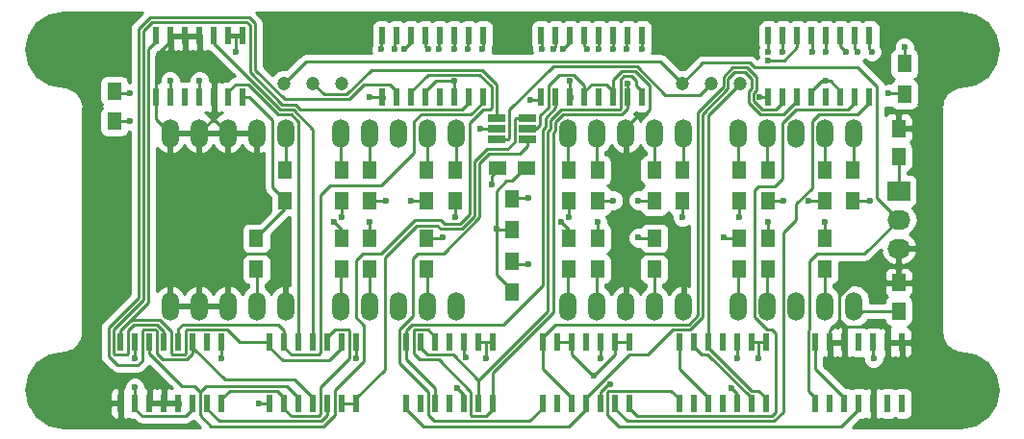
<source format=gbl>
G04 #@! TF.FileFunction,Copper,L4,Bot,Signal*
%FSLAX46Y46*%
G04 Gerber Fmt 4.6, Leading zero omitted, Abs format (unit mm)*
G04 Created by KiCad (PCBNEW 4.0.4-1.fc25-product) date Mon Apr  3 00:24:23 2017*
%MOMM*%
%LPD*%
G01*
G04 APERTURE LIST*
%ADD10C,0.100000*%
%ADD11R,1.300000X1.500000*%
%ADD12C,6.200000*%
%ADD13R,0.600000X1.550000*%
%ADD14R,1.500000X1.250000*%
%ADD15R,2.032000X1.727200*%
%ADD16O,2.032000X1.727200*%
%ADD17O,1.524000X2.524000*%
%ADD18R,1.560000X0.650000*%
%ADD19R,1.250000X1.500000*%
%ADD20C,1.200000*%
%ADD21C,0.600000*%
%ADD22C,0.250000*%
%ADD23C,0.254000*%
G04 APERTURE END LIST*
D10*
D11*
X142500000Y-97650000D03*
X142500000Y-100350000D03*
X142500000Y-94350000D03*
X142500000Y-91650000D03*
D12*
X194500000Y-111000000D03*
X115500000Y-111000000D03*
X115500000Y-81000000D03*
D13*
X181690000Y-106800000D03*
X182960000Y-106800000D03*
X184230000Y-106800000D03*
X185500000Y-106800000D03*
X186770000Y-106800000D03*
X188040000Y-106800000D03*
X189310000Y-106800000D03*
X189310000Y-112200000D03*
X188040000Y-112200000D03*
X185500000Y-112200000D03*
X184230000Y-112200000D03*
X182960000Y-112200000D03*
X181690000Y-112200000D03*
X186770000Y-112200000D03*
X123690000Y-79800000D03*
X124960000Y-79800000D03*
X126230000Y-79800000D03*
X127500000Y-79800000D03*
X128770000Y-79800000D03*
X130040000Y-79800000D03*
X131310000Y-79800000D03*
X131310000Y-85200000D03*
X130040000Y-85200000D03*
X127500000Y-85200000D03*
X126230000Y-85200000D03*
X124960000Y-85200000D03*
X123690000Y-85200000D03*
X128770000Y-85200000D03*
X166445000Y-85200000D03*
X165175000Y-85200000D03*
X163905000Y-85200000D03*
X162635000Y-85200000D03*
X161365000Y-85200000D03*
X160095000Y-85200000D03*
X158825000Y-85200000D03*
X157555000Y-85200000D03*
X157555000Y-79800000D03*
X160095000Y-79800000D03*
X161365000Y-79800000D03*
X162635000Y-79800000D03*
X163905000Y-79800000D03*
X158825000Y-79800000D03*
X165175000Y-79800000D03*
X166445000Y-79800000D03*
D14*
X156250000Y-91500000D03*
X153750000Y-91500000D03*
D15*
X189000000Y-93460000D03*
D16*
X189000000Y-96000000D03*
X189000000Y-98540000D03*
D11*
X189500000Y-84950000D03*
X189500000Y-82250000D03*
X120000000Y-84650000D03*
X120000000Y-87350000D03*
X135000000Y-94350000D03*
X135000000Y-91650000D03*
X132500000Y-97650000D03*
X132500000Y-100350000D03*
X147500000Y-94350000D03*
X147500000Y-91650000D03*
X150000000Y-94350000D03*
X150000000Y-91650000D03*
X147500000Y-97650000D03*
X147500000Y-100350000D03*
X140000000Y-97650000D03*
X140000000Y-100350000D03*
X140000000Y-94350000D03*
X140000000Y-91650000D03*
X155000000Y-94150000D03*
X155000000Y-96850000D03*
X155000000Y-99650000D03*
X155000000Y-102350000D03*
X167500000Y-94350000D03*
X167500000Y-91650000D03*
X170000000Y-94350000D03*
X170000000Y-91650000D03*
X167500000Y-97650000D03*
X167500000Y-100350000D03*
X162500000Y-97650000D03*
X162500000Y-100350000D03*
X160000000Y-97650000D03*
X160000000Y-100350000D03*
X162500000Y-94350000D03*
X162500000Y-91650000D03*
X160000000Y-94350000D03*
X160000000Y-91650000D03*
X182500000Y-94350000D03*
X182500000Y-91650000D03*
X185000000Y-94350000D03*
X185000000Y-91650000D03*
X182500000Y-97650000D03*
X182500000Y-100350000D03*
X177500000Y-97650000D03*
X177500000Y-100350000D03*
X175000000Y-97650000D03*
X175000000Y-100350000D03*
X177500000Y-94350000D03*
X177500000Y-91650000D03*
X175000000Y-94350000D03*
X175000000Y-91650000D03*
D17*
X124920000Y-103620000D03*
X127460000Y-103620000D03*
X130000000Y-103620000D03*
X132540000Y-103620000D03*
X135080000Y-103620000D03*
X135080000Y-88380000D03*
X132540000Y-88380000D03*
X130000000Y-88380000D03*
X127460000Y-88380000D03*
X124920000Y-88380000D03*
X139920000Y-103620000D03*
X142460000Y-103620000D03*
X145000000Y-103620000D03*
X147540000Y-103620000D03*
X150080000Y-103620000D03*
X150080000Y-88380000D03*
X147540000Y-88380000D03*
X145000000Y-88380000D03*
X142460000Y-88380000D03*
X139920000Y-88380000D03*
X159920000Y-103620000D03*
X162460000Y-103620000D03*
X165000000Y-103620000D03*
X167540000Y-103620000D03*
X170080000Y-103620000D03*
X170080000Y-88380000D03*
X167540000Y-88380000D03*
X165000000Y-88380000D03*
X162460000Y-88380000D03*
X159920000Y-88380000D03*
X174920000Y-103620000D03*
X177460000Y-103620000D03*
X180000000Y-103620000D03*
X182540000Y-103620000D03*
X185080000Y-103620000D03*
X185080000Y-88380000D03*
X182540000Y-88380000D03*
X180000000Y-88380000D03*
X177460000Y-88380000D03*
X174920000Y-88380000D03*
D13*
X169690000Y-106800000D03*
X170960000Y-106800000D03*
X172230000Y-106800000D03*
X173500000Y-106800000D03*
X174770000Y-106800000D03*
X176040000Y-106800000D03*
X177310000Y-106800000D03*
X177310000Y-112200000D03*
X176040000Y-112200000D03*
X173500000Y-112200000D03*
X172230000Y-112200000D03*
X170960000Y-112200000D03*
X169690000Y-112200000D03*
X174770000Y-112200000D03*
D18*
X153650000Y-88950000D03*
X153650000Y-88000000D03*
X153650000Y-87050000D03*
X156350000Y-87050000D03*
X156350000Y-88950000D03*
X156350000Y-88000000D03*
D13*
X157690000Y-106800000D03*
X158960000Y-106800000D03*
X160230000Y-106800000D03*
X161500000Y-106800000D03*
X162770000Y-106800000D03*
X164040000Y-106800000D03*
X165310000Y-106800000D03*
X165310000Y-112200000D03*
X164040000Y-112200000D03*
X161500000Y-112200000D03*
X160230000Y-112200000D03*
X158960000Y-112200000D03*
X157690000Y-112200000D03*
X162770000Y-112200000D03*
X145690000Y-106800000D03*
X146960000Y-106800000D03*
X148230000Y-106800000D03*
X149500000Y-106800000D03*
X150770000Y-106800000D03*
X152040000Y-106800000D03*
X153310000Y-106800000D03*
X153310000Y-112200000D03*
X152040000Y-112200000D03*
X149500000Y-112200000D03*
X148230000Y-112200000D03*
X146960000Y-112200000D03*
X145690000Y-112200000D03*
X150770000Y-112200000D03*
X141310000Y-112200000D03*
X140040000Y-112200000D03*
X138770000Y-112200000D03*
X137500000Y-112200000D03*
X136230000Y-112200000D03*
X134960000Y-112200000D03*
X133690000Y-112200000D03*
X133690000Y-106800000D03*
X134960000Y-106800000D03*
X137500000Y-106800000D03*
X138770000Y-106800000D03*
X140040000Y-106800000D03*
X141310000Y-106800000D03*
X136230000Y-106800000D03*
X152445000Y-85200000D03*
X151175000Y-85200000D03*
X149905000Y-85200000D03*
X148635000Y-85200000D03*
X147365000Y-85200000D03*
X146095000Y-85200000D03*
X144825000Y-85200000D03*
X143555000Y-85200000D03*
X143555000Y-79800000D03*
X146095000Y-79800000D03*
X147365000Y-79800000D03*
X148635000Y-79800000D03*
X149905000Y-79800000D03*
X144825000Y-79800000D03*
X151175000Y-79800000D03*
X152445000Y-79800000D03*
X186445000Y-85200000D03*
X185175000Y-85200000D03*
X183905000Y-85200000D03*
X182635000Y-85200000D03*
X181365000Y-85200000D03*
X180095000Y-85200000D03*
X178825000Y-85200000D03*
X177555000Y-85200000D03*
X177555000Y-79800000D03*
X180095000Y-79800000D03*
X181365000Y-79800000D03*
X182635000Y-79800000D03*
X183905000Y-79800000D03*
X178825000Y-79800000D03*
X185175000Y-79800000D03*
X186445000Y-79800000D03*
X129445000Y-112200000D03*
X128175000Y-112200000D03*
X126905000Y-112200000D03*
X125635000Y-112200000D03*
X124365000Y-112200000D03*
X123095000Y-112200000D03*
X121825000Y-112200000D03*
X120555000Y-112200000D03*
X120555000Y-106800000D03*
X123095000Y-106800000D03*
X124365000Y-106800000D03*
X125635000Y-106800000D03*
X126905000Y-106800000D03*
X121825000Y-106800000D03*
X128175000Y-106800000D03*
X129445000Y-106800000D03*
D19*
X189000000Y-104040000D03*
X189000000Y-101540000D03*
X189000000Y-90460000D03*
X189000000Y-87960000D03*
D12*
X194500000Y-81000000D03*
D20*
X140040000Y-84000000D03*
X137500000Y-84000000D03*
X134960000Y-84000000D03*
X175040000Y-84000000D03*
X172500000Y-84000000D03*
X169960000Y-84000000D03*
D21*
X121800000Y-110800000D03*
X129400000Y-108200000D03*
X153600000Y-96800000D03*
X121400000Y-87300000D03*
X121800000Y-108200000D03*
X189500000Y-80800000D03*
X182600000Y-83800000D03*
X186651737Y-81200000D03*
X166400000Y-81003871D03*
X149900000Y-83800000D03*
X152400000Y-81003871D03*
X130700000Y-81200000D03*
X141300000Y-108200000D03*
X150942209Y-108157790D03*
X162800000Y-108200000D03*
X174800000Y-108200000D03*
X186800000Y-108200000D03*
X176795129Y-85209849D03*
X160100000Y-83800000D03*
X153200000Y-92900000D03*
X156564441Y-85414441D03*
X142491747Y-85191746D03*
X127500000Y-83800000D03*
X152200000Y-88000000D03*
X162150000Y-109775002D03*
X132700000Y-112200000D03*
X150173059Y-110826941D03*
X152700000Y-108200000D03*
X163659593Y-110474999D03*
X174265558Y-110834442D03*
X176700000Y-108200000D03*
X188100000Y-84900000D03*
X121400000Y-84900000D03*
X124900000Y-83800000D03*
X156400000Y-94100000D03*
X156400000Y-99900000D03*
X146100000Y-94300000D03*
X148600000Y-81003871D03*
X150000000Y-95800000D03*
X147627890Y-81000011D03*
X145477858Y-81003871D03*
X148900000Y-97600000D03*
X142500000Y-96200000D03*
X144676165Y-81003871D03*
X143500000Y-81003871D03*
X139300000Y-96200000D03*
X143900000Y-94300000D03*
X151100000Y-81003871D03*
X149900000Y-81003871D03*
X140000000Y-95800000D03*
X166100000Y-94300000D03*
X162600000Y-80973289D03*
X161625032Y-80973300D03*
X170000000Y-95800000D03*
X166100000Y-97600000D03*
X159475000Y-81000003D03*
X162500000Y-96200000D03*
X158603313Y-81003870D03*
X157600000Y-80973289D03*
X159334358Y-96243761D03*
X163900000Y-94300000D03*
X165100000Y-80973289D03*
X163900000Y-80973289D03*
X160000000Y-95800000D03*
X181100000Y-94350000D03*
X182600000Y-81225801D03*
X181400000Y-81200000D03*
X186475000Y-94300000D03*
X177500677Y-81999217D03*
X182500000Y-96200000D03*
X177500000Y-96200000D03*
X178800906Y-81199871D03*
X173600000Y-97600000D03*
X177500198Y-81199205D03*
X178900000Y-94300000D03*
X185401735Y-81198953D03*
X184404443Y-81195557D03*
X175000000Y-95800000D03*
X165174999Y-83991732D03*
D22*
X159150000Y-83214998D02*
X158200000Y-84164998D01*
X160404998Y-83214998D02*
X159150000Y-83214998D01*
X161365000Y-84175000D02*
X160404998Y-83214998D01*
X158200000Y-84164998D02*
X158200000Y-84500000D01*
X161365000Y-85200000D02*
X161365000Y-84175000D01*
X168400000Y-99000000D02*
X170080000Y-100680000D01*
X170080000Y-100680000D02*
X170080000Y-103620000D01*
X166600000Y-99000000D02*
X168400000Y-99000000D01*
X165000000Y-100600000D02*
X166600000Y-99000000D01*
X165000000Y-103620000D02*
X165000000Y-100600000D01*
X126905000Y-112200000D02*
X126905000Y-112675000D01*
X126905000Y-112675000D02*
X126279999Y-113300001D01*
X126279999Y-113300001D02*
X122450001Y-113300001D01*
X122450001Y-113300001D02*
X121825000Y-112675000D01*
X121825000Y-112675000D02*
X121825000Y-112200000D01*
X123690000Y-85200000D02*
X123690000Y-81545000D01*
X123690000Y-81545000D02*
X124960000Y-80275000D01*
X121825000Y-112200000D02*
X121825000Y-110825000D01*
X121825000Y-110825000D02*
X121800000Y-110800000D01*
X189000000Y-90460000D02*
X189000000Y-93460000D01*
X189000000Y-104040000D02*
X185500000Y-104040000D01*
X185500000Y-104040000D02*
X185080000Y-103620000D01*
X129445000Y-106800000D02*
X129445000Y-108155000D01*
X129445000Y-108155000D02*
X129400000Y-108200000D01*
X155000000Y-102350000D02*
X155000000Y-102250000D01*
X155000000Y-102250000D02*
X153600000Y-100850000D01*
X153600000Y-97224264D02*
X153600000Y-96800000D01*
X153600000Y-100850000D02*
X153600000Y-97224264D01*
X156350000Y-88000000D02*
X157090002Y-88000000D01*
X157090002Y-88000000D02*
X157466933Y-87623069D01*
X157466933Y-87623069D02*
X157466933Y-86836829D01*
X157466933Y-86836829D02*
X158200000Y-86103762D01*
X158200000Y-86103762D02*
X158200000Y-84500000D01*
X158200000Y-84500000D02*
X158200000Y-84200000D01*
X156250000Y-91500000D02*
X156100000Y-91500000D01*
X156100000Y-91500000D02*
X155000000Y-92600000D01*
X155000000Y-92600000D02*
X154501626Y-92600000D01*
X154501626Y-92600000D02*
X153600000Y-93501626D01*
X153600000Y-93501626D02*
X153600000Y-96375736D01*
X153600000Y-96375736D02*
X153600000Y-96800000D01*
X155000000Y-96850000D02*
X153650000Y-96850000D01*
X153650000Y-96850000D02*
X153600000Y-96800000D01*
X121350000Y-87350000D02*
X121400000Y-87300000D01*
X120000000Y-87350000D02*
X121350000Y-87350000D01*
X121825000Y-106800000D02*
X121825000Y-108175000D01*
X121825000Y-108175000D02*
X121800000Y-108200000D01*
X130040000Y-79800000D02*
X130700000Y-79800000D01*
X130000000Y-103620000D02*
X130000000Y-100600000D01*
X135080000Y-100380000D02*
X135080000Y-103620000D01*
X133700000Y-99000000D02*
X135080000Y-100380000D01*
X130000000Y-100600000D02*
X131600000Y-99000000D01*
X131600000Y-99000000D02*
X133700000Y-99000000D01*
X131310000Y-79800000D02*
X130700000Y-79800000D01*
X130700000Y-79800000D02*
X130700000Y-81200000D01*
X124960000Y-80275000D02*
X124960000Y-79800000D01*
X128770000Y-85200000D02*
X128770000Y-87150000D01*
X128770000Y-87150000D02*
X130000000Y-88380000D01*
X128770000Y-85200000D02*
X128770000Y-87070000D01*
X128770000Y-87070000D02*
X127460000Y-88380000D01*
X123690000Y-85200000D02*
X123690000Y-87150000D01*
X123690000Y-87150000D02*
X124920000Y-88380000D01*
X161365000Y-85200000D02*
X161365000Y-84725000D01*
X161365000Y-84725000D02*
X161990001Y-84099999D01*
X161990001Y-84099999D02*
X163279999Y-84099999D01*
X163279999Y-84099999D02*
X163905000Y-84725000D01*
X163905000Y-84725000D02*
X163905000Y-85200000D01*
X163905000Y-85200000D02*
X163905000Y-83656701D01*
X163905000Y-83656701D02*
X164644979Y-82916722D01*
X164644979Y-82916722D02*
X165821724Y-82916722D01*
X165821724Y-82916722D02*
X167070001Y-84164999D01*
X167070001Y-84164999D02*
X167070001Y-86309999D01*
X167070001Y-86309999D02*
X166512000Y-86868000D01*
X166512000Y-86868000D02*
X166012000Y-86868000D01*
X166012000Y-86868000D02*
X165000000Y-87880000D01*
X165000000Y-87880000D02*
X165000000Y-88380000D01*
X189500000Y-82250000D02*
X189500000Y-80800000D01*
X185710000Y-104250000D02*
X185080000Y-103620000D01*
X182600000Y-83800000D02*
X183024264Y-83800000D01*
X183024264Y-83800000D02*
X183905000Y-84680736D01*
X183905000Y-84680736D02*
X183905000Y-85200000D01*
X181365000Y-85200000D02*
X181365000Y-84725000D01*
X181365000Y-84725000D02*
X182290000Y-83800000D01*
X182290000Y-83800000D02*
X182600000Y-83800000D01*
X186445000Y-79800000D02*
X186445000Y-80993263D01*
X186445000Y-80993263D02*
X186651737Y-81200000D01*
X166445000Y-79800000D02*
X166445000Y-80958871D01*
X166445000Y-80958871D02*
X166400000Y-81003871D01*
X149900000Y-83800000D02*
X149900000Y-85195000D01*
X149900000Y-85195000D02*
X149905000Y-85200000D01*
X147365000Y-85200000D02*
X147365000Y-84725000D01*
X147365000Y-84725000D02*
X148290000Y-83800000D01*
X148290000Y-83800000D02*
X149900000Y-83800000D01*
X152445000Y-79800000D02*
X152445000Y-80958871D01*
X152445000Y-80958871D02*
X152400000Y-81003871D01*
X126230000Y-79800000D02*
X127500000Y-79800000D01*
X126230000Y-79800000D02*
X124960000Y-79800000D01*
X141310000Y-106800000D02*
X141310000Y-108190000D01*
X141310000Y-108190000D02*
X141300000Y-108200000D01*
X150770000Y-106800000D02*
X150770000Y-107985581D01*
X150770000Y-107985581D02*
X150942209Y-108157790D01*
X162770000Y-106800000D02*
X162770000Y-108170000D01*
X162770000Y-108170000D02*
X162800000Y-108200000D01*
X174770000Y-106800000D02*
X174770000Y-108170000D01*
X174770000Y-108170000D02*
X174800000Y-108200000D01*
X186770000Y-106800000D02*
X186770000Y-108170000D01*
X186770000Y-108170000D02*
X186800000Y-108200000D01*
X176804978Y-85200000D02*
X176795129Y-85209849D01*
X177555000Y-85200000D02*
X176804978Y-85200000D01*
X160095000Y-85200000D02*
X160095000Y-83805000D01*
X160095000Y-83805000D02*
X160100000Y-83800000D01*
X184230000Y-106800000D02*
X184230000Y-105670000D01*
X184230000Y-105670000D02*
X184500000Y-105400000D01*
X188040000Y-105775000D02*
X188040000Y-106800000D01*
X184500000Y-105400000D02*
X187665000Y-105400000D01*
X187665000Y-105400000D02*
X188040000Y-105775000D01*
X182960000Y-106800000D02*
X182960000Y-105775000D01*
X182960000Y-105775000D02*
X183810486Y-104924514D01*
X183810486Y-104924514D02*
X183810486Y-102685615D01*
X183810486Y-102685615D02*
X184956101Y-101540000D01*
X184956101Y-101540000D02*
X189000000Y-101540000D01*
X153200000Y-92200000D02*
X153200000Y-92900000D01*
X153750000Y-91650000D02*
X153200000Y-92200000D01*
X153750000Y-91500000D02*
X153750000Y-91650000D01*
X156564441Y-85414441D02*
X157340559Y-85414441D01*
X157340559Y-85414441D02*
X157555000Y-85200000D01*
X143555000Y-85200000D02*
X142500001Y-85200000D01*
X142500001Y-85200000D02*
X142491747Y-85191746D01*
X127500000Y-85200000D02*
X127500000Y-83800000D01*
X153650000Y-88000000D02*
X152200000Y-88000000D01*
X160230000Y-107930000D02*
X162150000Y-109850000D01*
X160230000Y-106800000D02*
X160230000Y-107930000D01*
X164040000Y-106800000D02*
X164040000Y-107885002D01*
X164040000Y-107885002D02*
X162150000Y-109775002D01*
X160230000Y-106800000D02*
X160230000Y-107825000D01*
X133690000Y-112200000D02*
X132700000Y-112200000D01*
X150770000Y-112200000D02*
X150770000Y-111423882D01*
X150770000Y-111423882D02*
X150173059Y-110826941D01*
X152700000Y-106800000D02*
X153310000Y-106800000D01*
X152040000Y-106800000D02*
X152700000Y-106800000D01*
X152700000Y-106800000D02*
X152700000Y-108200000D01*
X158960000Y-106800000D02*
X160230000Y-106800000D01*
X165310000Y-106800000D02*
X164040000Y-106800000D01*
X162770000Y-112200000D02*
X162770000Y-111173588D01*
X162770000Y-111173588D02*
X163468589Y-110474999D01*
X163468589Y-110474999D02*
X163659593Y-110474999D01*
X174770000Y-112200000D02*
X174770000Y-111338884D01*
X174770000Y-111338884D02*
X174265558Y-110834442D01*
X184230000Y-107275000D02*
X184230000Y-106800000D01*
X176700000Y-106800000D02*
X177310000Y-106800000D01*
X176040000Y-106800000D02*
X176700000Y-106800000D01*
X176700000Y-106800000D02*
X176700000Y-108200000D01*
X188100000Y-84900000D02*
X189450000Y-84900000D01*
X189450000Y-84900000D02*
X189500000Y-84950000D01*
X189750000Y-84700000D02*
X189500000Y-84950000D01*
X134960000Y-84000000D02*
X136870994Y-82089006D01*
X168049006Y-82089006D02*
X169360001Y-83400001D01*
X136870994Y-82089006D02*
X168049006Y-82089006D01*
X169360001Y-83400001D02*
X169960000Y-84000000D01*
X189000000Y-96000000D02*
X187100000Y-94100000D01*
X187100000Y-94100000D02*
X187100000Y-84266998D01*
X187100000Y-84266998D02*
X185430751Y-82597749D01*
X171769367Y-82190633D02*
X169960000Y-84000000D01*
X185430751Y-82597749D02*
X176294949Y-82597749D01*
X176294949Y-82597749D02*
X175887833Y-82190633D01*
X175887833Y-82190633D02*
X171769367Y-82190633D01*
X181824198Y-99000000D02*
X184400000Y-99000000D01*
X189000000Y-96000000D02*
X186000000Y-99000000D01*
X186000000Y-99000000D02*
X184400000Y-99000000D01*
X189000000Y-96000000D02*
X189000000Y-95998115D01*
X181690000Y-112200000D02*
X181690000Y-111690000D01*
X181690000Y-111690000D02*
X181064999Y-111064999D01*
X181064999Y-111064999D02*
X181064999Y-105764999D01*
X181064999Y-105764999D02*
X181150652Y-105679346D01*
X181150652Y-105679346D02*
X181150652Y-99673546D01*
X181150652Y-99673546D02*
X181824198Y-99000000D01*
X169960000Y-84260000D02*
X169960000Y-84000000D01*
X169960000Y-84000000D02*
X169960000Y-84167597D01*
X121400000Y-84900000D02*
X120250000Y-84900000D01*
X120250000Y-84900000D02*
X120000000Y-84650000D01*
X124900000Y-83800000D02*
X124900000Y-85140000D01*
X124900000Y-85140000D02*
X124960000Y-85200000D01*
X156400000Y-94100000D02*
X155050000Y-94100000D01*
X155050000Y-94100000D02*
X155000000Y-94150000D01*
X156400000Y-99900000D02*
X155250000Y-99900000D01*
X155250000Y-99900000D02*
X155000000Y-99650000D01*
X131310000Y-85200000D02*
X131860000Y-85200000D01*
X131860000Y-85200000D02*
X133925090Y-87265090D01*
X133925090Y-87265090D02*
X133925090Y-93175090D01*
X133925090Y-93175090D02*
X135000000Y-94250000D01*
X135000000Y-94250000D02*
X135000000Y-94350000D01*
X135000000Y-95050000D02*
X135000000Y-94350000D01*
X132500000Y-97650000D02*
X132500000Y-97550000D01*
X132500000Y-97550000D02*
X135000000Y-95050000D01*
X135080000Y-88380000D02*
X135080000Y-91570000D01*
X135080000Y-91570000D02*
X135000000Y-91650000D01*
X147500000Y-94350000D02*
X146150000Y-94350000D01*
X146150000Y-94350000D02*
X146100000Y-94300000D01*
X148600000Y-81003871D02*
X148600000Y-79835000D01*
X148600000Y-79835000D02*
X148635000Y-79800000D01*
X147500000Y-94350000D02*
X147259751Y-94350000D01*
X147540000Y-88380000D02*
X147540000Y-91610000D01*
X147540000Y-91610000D02*
X147500000Y-91650000D01*
X150000000Y-94350000D02*
X150000000Y-95800000D01*
X147365000Y-79800000D02*
X147365000Y-80825000D01*
X147365000Y-80825000D02*
X147540011Y-81000011D01*
X147540011Y-81000011D02*
X147627890Y-81000011D01*
X150080000Y-88380000D02*
X150080000Y-91570000D01*
X150080000Y-91570000D02*
X150000000Y-91650000D01*
X146095000Y-79800000D02*
X146095000Y-80386729D01*
X146095000Y-80386729D02*
X145477858Y-81003871D01*
X147500000Y-97650000D02*
X148850000Y-97650000D01*
X148850000Y-97650000D02*
X148900000Y-97600000D01*
X147540000Y-103620000D02*
X147540000Y-100390000D01*
X147540000Y-100390000D02*
X147500000Y-100350000D01*
X142500000Y-97650000D02*
X142500000Y-96200000D01*
X144676165Y-81003871D02*
X144676165Y-79948835D01*
X144676165Y-79948835D02*
X144825000Y-79800000D01*
X142500000Y-97650000D02*
X142500000Y-96900000D01*
X142460000Y-103620000D02*
X142460000Y-100390000D01*
X142460000Y-100390000D02*
X142500000Y-100350000D01*
X143500000Y-81003871D02*
X143500000Y-79855000D01*
X143500000Y-79855000D02*
X143555000Y-79800000D01*
X140000000Y-97650000D02*
X140000000Y-96900000D01*
X140000000Y-96900000D02*
X139300000Y-96200000D01*
X139920000Y-103620000D02*
X139920000Y-100430000D01*
X139920000Y-100430000D02*
X140000000Y-100350000D01*
X142500000Y-94350000D02*
X143850000Y-94350000D01*
X143850000Y-94350000D02*
X143900000Y-94300000D01*
X151100000Y-81003871D02*
X151100000Y-79875000D01*
X151100000Y-79875000D02*
X151175000Y-79800000D01*
X142460000Y-88380000D02*
X142460000Y-91610000D01*
X142460000Y-91610000D02*
X142500000Y-91650000D01*
X149900000Y-81003871D02*
X149900000Y-79805000D01*
X149900000Y-79805000D02*
X149905000Y-79800000D01*
X140000000Y-94350000D02*
X140000000Y-95800000D01*
X139920000Y-88380000D02*
X139920000Y-91570000D01*
X139920000Y-91570000D02*
X140000000Y-91650000D01*
X167500000Y-94350000D02*
X166150000Y-94350000D01*
X166150000Y-94350000D02*
X166100000Y-94300000D01*
X162600000Y-80973289D02*
X162600000Y-79835000D01*
X162600000Y-79835000D02*
X162635000Y-79800000D01*
X167540000Y-88380000D02*
X167540000Y-91610000D01*
X167540000Y-91610000D02*
X167500000Y-91650000D01*
X161365000Y-79800000D02*
X161365000Y-80713268D01*
X161365000Y-80713268D02*
X161625032Y-80973300D01*
X170000000Y-94350000D02*
X170000000Y-95800000D01*
X170080000Y-88380000D02*
X170080000Y-91570000D01*
X170080000Y-91570000D02*
X170000000Y-91650000D01*
X167500000Y-97650000D02*
X166150000Y-97650000D01*
X166150000Y-97650000D02*
X166100000Y-97600000D01*
X160095000Y-79800000D02*
X160095000Y-80380003D01*
X160095000Y-80380003D02*
X159475000Y-81000003D01*
X167540000Y-103620000D02*
X167540000Y-100390000D01*
X167540000Y-100390000D02*
X167500000Y-100350000D01*
X162500000Y-97650000D02*
X162500000Y-96200000D01*
X158825000Y-80825000D02*
X158646130Y-81003870D01*
X158646130Y-81003870D02*
X158603313Y-81003870D01*
X158825000Y-79800000D02*
X158825000Y-80825000D01*
X162500000Y-97650000D02*
X162500000Y-96909403D01*
X162460000Y-103620000D02*
X162460000Y-100390000D01*
X162460000Y-100390000D02*
X162500000Y-100350000D01*
X157600000Y-80973289D02*
X157600000Y-79845000D01*
X157600000Y-79845000D02*
X157555000Y-79800000D01*
X160000000Y-97650000D02*
X160000000Y-96909403D01*
X160000000Y-96909403D02*
X159334358Y-96243761D01*
X159920000Y-103620000D02*
X159920000Y-100430000D01*
X159920000Y-100430000D02*
X160000000Y-100350000D01*
X162500000Y-94350000D02*
X163850000Y-94350000D01*
X163850000Y-94350000D02*
X163900000Y-94300000D01*
X165100000Y-80973289D02*
X165100000Y-79875000D01*
X165100000Y-79875000D02*
X165175000Y-79800000D01*
X162460000Y-88380000D02*
X162460000Y-91610000D01*
X162460000Y-91610000D02*
X162500000Y-91650000D01*
X163900000Y-80973289D02*
X163900000Y-79805000D01*
X163900000Y-79805000D02*
X163905000Y-79800000D01*
X160000000Y-94350000D02*
X160000000Y-95800000D01*
X159920000Y-88380000D02*
X159920000Y-91570000D01*
X159920000Y-91570000D02*
X160000000Y-91650000D01*
X182500000Y-94350000D02*
X181100000Y-94350000D01*
X182635000Y-81190801D02*
X182600000Y-81225801D01*
X182635000Y-79800000D02*
X182635000Y-81190801D01*
X182540000Y-88380000D02*
X182540000Y-91610000D01*
X182540000Y-91610000D02*
X182500000Y-91650000D01*
X181400000Y-81200000D02*
X181400000Y-79835000D01*
X181400000Y-79835000D02*
X181365000Y-79800000D01*
X185000000Y-94350000D02*
X186425000Y-94350000D01*
X186425000Y-94350000D02*
X186475000Y-94300000D01*
X185080000Y-88380000D02*
X185080000Y-91570000D01*
X185080000Y-91570000D02*
X185000000Y-91650000D01*
X177924941Y-81999217D02*
X177500677Y-81999217D01*
X178920783Y-81999217D02*
X177924941Y-81999217D01*
X180095000Y-79800000D02*
X180095000Y-80825000D01*
X180095000Y-80825000D02*
X178920783Y-81999217D01*
X182500000Y-97650000D02*
X182500000Y-96200000D01*
X182540000Y-103620000D02*
X182540000Y-100390000D01*
X182540000Y-100390000D02*
X182500000Y-100350000D01*
X177500000Y-97650000D02*
X177500000Y-96200000D01*
X178825000Y-81175777D02*
X178800906Y-81199871D01*
X178825000Y-79800000D02*
X178825000Y-81175777D01*
X177460000Y-103620000D02*
X177460000Y-100390000D01*
X177460000Y-100390000D02*
X177500000Y-100350000D01*
X175000000Y-97650000D02*
X173650000Y-97650000D01*
X173650000Y-97650000D02*
X173600000Y-97600000D01*
X177555000Y-79800000D02*
X177555000Y-81144403D01*
X177555000Y-81144403D02*
X177500198Y-81199205D01*
X175000000Y-97650000D02*
X174100000Y-97650000D01*
X174920000Y-103620000D02*
X174920000Y-100430000D01*
X174920000Y-100430000D02*
X175000000Y-100350000D01*
X177500000Y-94350000D02*
X178850000Y-94350000D01*
X178850000Y-94350000D02*
X178900000Y-94300000D01*
X185175000Y-79800000D02*
X185175000Y-80972218D01*
X185175000Y-80972218D02*
X185401735Y-81198953D01*
X177460000Y-88380000D02*
X177460000Y-91610000D01*
X177460000Y-91610000D02*
X177500000Y-91650000D01*
X183905000Y-79800000D02*
X183905000Y-80696114D01*
X183905000Y-80696114D02*
X184404443Y-81195557D01*
X175000000Y-94350000D02*
X175000000Y-95800000D01*
X174920000Y-88380000D02*
X174920000Y-91570000D01*
X174920000Y-91570000D02*
X175000000Y-91650000D01*
X154773819Y-88856181D02*
X154680000Y-88950000D01*
X154773819Y-86321179D02*
X154773819Y-88856181D01*
X158595981Y-82499017D02*
X154773819Y-86321179D01*
X154680000Y-88950000D02*
X153650000Y-88950000D01*
X168484843Y-85000000D02*
X165983860Y-82499017D01*
X171500000Y-85000000D02*
X168484843Y-85000000D01*
X172500000Y-84000000D02*
X171500000Y-85000000D01*
X165983860Y-82499017D02*
X158595981Y-82499017D01*
X172230000Y-86810000D02*
X172230000Y-105775000D01*
X175040000Y-84000000D02*
X172230000Y-86810000D01*
X172230000Y-105775000D02*
X172230000Y-106800000D01*
X172230000Y-106800000D02*
X172230000Y-107275000D01*
X172230000Y-107275000D02*
X176054999Y-111099999D01*
X176684999Y-111099999D02*
X177310000Y-111725000D01*
X176054999Y-111099999D02*
X176684999Y-111099999D01*
X177310000Y-111725000D02*
X177310000Y-112200000D01*
X153650000Y-86475000D02*
X153650000Y-87050000D01*
X140460193Y-84948809D02*
X142611079Y-82797923D01*
X137500000Y-84000000D02*
X138448809Y-84948809D01*
X138448809Y-84948809D02*
X140460193Y-84948809D01*
X142611079Y-82797923D02*
X152332008Y-82797923D01*
X152332008Y-82797923D02*
X153650000Y-84115915D01*
X153650000Y-84115915D02*
X153650000Y-86475000D01*
X165175000Y-83991733D02*
X165174999Y-83991732D01*
X165175000Y-86225000D02*
X165175000Y-85200000D01*
X164649988Y-86750012D02*
X165175000Y-86225000D01*
X159462982Y-86750012D02*
X164649988Y-86750012D01*
X158650033Y-104179965D02*
X158650033Y-88349202D01*
X158816966Y-87396028D02*
X159462982Y-86750012D01*
X158650033Y-88349202D02*
X158816966Y-88182269D01*
X158816966Y-88182269D02*
X158816966Y-87396028D01*
X153310000Y-112200000D02*
X153310000Y-109519998D01*
X153310000Y-109519998D02*
X158650033Y-104179965D01*
X165175000Y-85200000D02*
X165175000Y-83991733D01*
X153310000Y-112200000D02*
X153310000Y-112675000D01*
X153310000Y-112675000D02*
X152684999Y-113300001D01*
X146334999Y-107835001D02*
X146334999Y-107700000D01*
X152684999Y-113300001D02*
X151479999Y-113300001D01*
X146850009Y-108350011D02*
X146334999Y-107835001D01*
X146334999Y-107700000D02*
X146334999Y-105765001D01*
X151479999Y-113300001D02*
X151395001Y-113215003D01*
X151395001Y-113215003D02*
X151395001Y-111164999D01*
X148580013Y-108350011D02*
X146850009Y-108350011D01*
X151395001Y-111164999D02*
X148580013Y-108350011D01*
X146334999Y-105765001D02*
X146334999Y-105764999D01*
X146334999Y-105764999D02*
X146399999Y-105699999D01*
X146399999Y-105699999D02*
X147604999Y-105699999D01*
X147604999Y-105699999D02*
X148230000Y-106325000D01*
X148230000Y-106325000D02*
X148230000Y-106800000D01*
X146334999Y-105765001D02*
X146388789Y-105711211D01*
X153310000Y-112200000D02*
X153310000Y-111725000D01*
X148230000Y-107275000D02*
X148230000Y-106800000D01*
X184230000Y-111730000D02*
X181690000Y-109190000D01*
X181690000Y-109190000D02*
X181690000Y-106800000D01*
X184230000Y-112200000D02*
X184230000Y-111730000D01*
X169690000Y-112200000D02*
X169690000Y-111790000D01*
X169690000Y-111790000D02*
X168999999Y-111099999D01*
X183974981Y-114200019D02*
X185500000Y-112675000D01*
X168999999Y-111099999D02*
X163479999Y-111099999D01*
X163479999Y-111099999D02*
X163414999Y-111164999D01*
X163414999Y-111164999D02*
X163414999Y-113235001D01*
X163414999Y-113235001D02*
X164380017Y-114200019D01*
X164380017Y-114200019D02*
X183974981Y-114200019D01*
X185500000Y-112675000D02*
X185500000Y-112200000D01*
X169690000Y-112690000D02*
X169690000Y-112200000D01*
X172230000Y-111730000D02*
X169690000Y-109190000D01*
X169690000Y-109190000D02*
X169690000Y-106800000D01*
X172230000Y-112200000D02*
X172230000Y-111730000D01*
X170960000Y-106800000D02*
X170960000Y-107190002D01*
X170960000Y-107190002D02*
X171669999Y-107900001D01*
X171669999Y-107900001D02*
X172215001Y-107900001D01*
X172215001Y-107900001D02*
X176040000Y-111725000D01*
X176040000Y-111725000D02*
X176040000Y-112200000D01*
X141310000Y-112200000D02*
X141310000Y-111690000D01*
X141310000Y-111690000D02*
X143794174Y-109205826D01*
X143794174Y-109205826D02*
X143794174Y-99309743D01*
X151709699Y-95669945D02*
X151709699Y-90888109D01*
X143794174Y-99309743D02*
X146599584Y-96504333D01*
X148718017Y-96818064D02*
X150561580Y-96818064D01*
X155320000Y-87050000D02*
X156350000Y-87050000D01*
X146599584Y-96504333D02*
X148404286Y-96504333D01*
X148404286Y-96504333D02*
X148718017Y-96818064D01*
X150561580Y-96818064D02*
X151709699Y-95669945D01*
X151709699Y-90888109D02*
X152799433Y-89798375D01*
X152799433Y-89798375D02*
X154602803Y-89798375D01*
X154602803Y-89798375D02*
X155223830Y-89177348D01*
X155223830Y-89177348D02*
X155223830Y-87146170D01*
X155223830Y-87146170D02*
X155320000Y-87050000D01*
X140040000Y-112200000D02*
X141310000Y-112200000D01*
X152153929Y-95805558D02*
X152153929Y-91023721D01*
X155666614Y-90208386D02*
X156350000Y-89525000D01*
X157690000Y-112200000D02*
X157690000Y-112610000D01*
X157690000Y-112610000D02*
X156552110Y-113747890D01*
X156552110Y-113747890D02*
X148117888Y-113747890D01*
X147604999Y-113235001D02*
X147604999Y-111164999D01*
X146701161Y-98998566D02*
X148960921Y-98998566D01*
X148117888Y-113747890D02*
X147604999Y-113235001D01*
X147604999Y-111164999D02*
X145098586Y-108658586D01*
X145098586Y-108658586D02*
X145098586Y-105697825D01*
X148960921Y-98998566D02*
X152153929Y-95805558D01*
X145098586Y-105697825D02*
X146298680Y-104497731D01*
X146298680Y-104497731D02*
X146298680Y-99401047D01*
X152153929Y-91023721D02*
X152969264Y-90208386D01*
X146298680Y-99401047D02*
X146701161Y-98998566D01*
X152969264Y-90208386D02*
X155666614Y-90208386D01*
X156350000Y-89525000D02*
X156350000Y-88950000D01*
X157690000Y-112200000D02*
X157690000Y-112710000D01*
X178825000Y-85675000D02*
X178825000Y-85200000D01*
X176210119Y-85498450D02*
X177015929Y-86304260D01*
X176509785Y-84571439D02*
X176210119Y-84871104D01*
X173589894Y-84290422D02*
X173589894Y-83411845D01*
X176509785Y-83429808D02*
X176509785Y-84571439D01*
X175680620Y-82600643D02*
X176509785Y-83429808D01*
X157690000Y-106800000D02*
X157690000Y-106325000D01*
X171369979Y-104445962D02*
X171369979Y-86510336D01*
X158767266Y-105247734D02*
X170568207Y-105247734D01*
X157690000Y-106325000D02*
X158767266Y-105247734D01*
X173589894Y-83411845D02*
X174401096Y-82600643D01*
X171369979Y-86510336D02*
X173589894Y-84290422D01*
X177015929Y-86304260D02*
X178195740Y-86304260D01*
X174401096Y-82600643D02*
X175680620Y-82600643D01*
X176210119Y-84871104D02*
X176210119Y-85498450D01*
X178195740Y-86304260D02*
X178825000Y-85675000D01*
X170568207Y-105247734D02*
X171369979Y-104445962D01*
X160230000Y-111730000D02*
X157690000Y-109190000D01*
X157690000Y-109190000D02*
X157690000Y-106800000D01*
X160230000Y-112200000D02*
X160230000Y-111730000D01*
X165310000Y-112200000D02*
X165310000Y-112610000D01*
X165310000Y-112610000D02*
X166000001Y-113300001D01*
X166000001Y-113300001D02*
X177870001Y-113300001D01*
X176301566Y-93445655D02*
X176696920Y-93050301D01*
X178170002Y-106000000D02*
X177870001Y-105699999D01*
X177870001Y-113300001D02*
X178170002Y-113000000D01*
X178170002Y-113000000D02*
X178170002Y-106000000D01*
X179998256Y-86300001D02*
X184549999Y-86300001D01*
X177870001Y-105699999D02*
X177445385Y-105699999D01*
X178803388Y-92374130D02*
X178803388Y-87494869D01*
X178803388Y-87494869D02*
X179998256Y-86300001D01*
X177445385Y-105699999D02*
X176301566Y-104556180D01*
X176301566Y-104556180D02*
X176301566Y-93445655D01*
X176696920Y-93050301D02*
X178127217Y-93050301D01*
X178127217Y-93050301D02*
X178803388Y-92374130D01*
X184549999Y-86300001D02*
X185175000Y-85675000D01*
X185175000Y-85675000D02*
X185175000Y-85200000D01*
X165310000Y-111725000D02*
X165310000Y-112200000D01*
X164040000Y-112200000D02*
X164040000Y-112675000D01*
X165115012Y-113750012D02*
X178056401Y-113750012D01*
X178056401Y-113750012D02*
X178849364Y-112957049D01*
X181999988Y-86750012D02*
X185369989Y-86750011D01*
X164040000Y-112675000D02*
X165115012Y-113750012D01*
X186445000Y-85675000D02*
X186445000Y-85200000D01*
X178849364Y-112957049D02*
X178849364Y-97150636D01*
X178849364Y-97150636D02*
X179997931Y-96002069D01*
X181401544Y-93201760D02*
X181401544Y-87348456D01*
X179997931Y-96002069D02*
X179997931Y-94605373D01*
X181401544Y-87348456D02*
X181999988Y-86750012D01*
X179997931Y-94605373D02*
X181401544Y-93201760D01*
X185369989Y-86750011D02*
X186445000Y-85675000D01*
X164040000Y-111725000D02*
X164040000Y-112200000D01*
X180095000Y-85518002D02*
X178898731Y-86714271D01*
X171779990Y-86680168D02*
X171779990Y-104615793D01*
X166936755Y-107900001D02*
X165324999Y-107900001D01*
X176846097Y-86714271D02*
X175800108Y-85668282D01*
X180095000Y-85200000D02*
X180095000Y-85518002D01*
X173999905Y-83600095D02*
X173999905Y-84460254D01*
X176099774Y-83599640D02*
X175510788Y-83010654D01*
X175510788Y-83010654D02*
X174589346Y-83010654D01*
X173999905Y-84460254D02*
X171779990Y-86680168D01*
X178898731Y-86714271D02*
X176846097Y-86714271D01*
X176099774Y-84401607D02*
X176099774Y-83599640D01*
X175800108Y-85668282D02*
X175800108Y-84701273D01*
X175800108Y-84701273D02*
X176099774Y-84401607D01*
X174589346Y-83010654D02*
X173999905Y-83600095D01*
X171779990Y-104615793D02*
X170698038Y-105697745D01*
X170698038Y-105697745D02*
X169139011Y-105697745D01*
X169139011Y-105697745D02*
X166936755Y-107900001D01*
X165324999Y-107900001D02*
X161500000Y-111725000D01*
X161500000Y-111725000D02*
X161500000Y-112200000D01*
X152972801Y-114200023D02*
X152974923Y-114197901D01*
X148567199Y-114200023D02*
X152972801Y-114200023D01*
X159977099Y-114197901D02*
X161500000Y-112675000D01*
X147212901Y-114197901D02*
X148565077Y-114197901D01*
X145690000Y-112675000D02*
X147212901Y-114197901D01*
X148565077Y-114197901D02*
X148567199Y-114200023D01*
X145690000Y-112200000D02*
X145690000Y-112675000D01*
X152974923Y-114197901D02*
X159977099Y-114197901D01*
X161500000Y-112675000D02*
X161500000Y-112200000D01*
X145690000Y-106800000D02*
X145690000Y-105742821D01*
X145690000Y-105742821D02*
X146182937Y-105249884D01*
X146182937Y-105249884D02*
X154250179Y-105249884D01*
X154250179Y-105249884D02*
X157676312Y-101823751D01*
X157676312Y-101823751D02*
X157676312Y-88050101D01*
X157676312Y-88050101D02*
X157916944Y-87809469D01*
X157916944Y-87809469D02*
X157916944Y-87023228D01*
X158825000Y-86115173D02*
X158825000Y-85200000D01*
X157916944Y-87023228D02*
X158825000Y-86115173D01*
X145690000Y-106800000D02*
X145690000Y-108334120D01*
X145690000Y-108334120D02*
X148230000Y-110874120D01*
X148230000Y-110874120D02*
X148230000Y-112200000D01*
X165895000Y-84175000D02*
X166445000Y-84725000D01*
X166445000Y-84725000D02*
X166445000Y-85200000D01*
X165465717Y-83366732D02*
X165895000Y-83796015D01*
X165895000Y-83796015D02*
X165895000Y-84175000D01*
X158126323Y-88236501D02*
X158366955Y-87995869D01*
X164549999Y-83648112D02*
X164831379Y-83366732D01*
X164449999Y-86300001D02*
X164549999Y-86200001D01*
X158366955Y-87995869D02*
X158366955Y-87209628D01*
X164831379Y-83366732D02*
X165465717Y-83366732D01*
X164549999Y-86200001D02*
X164549999Y-83648112D01*
X158366955Y-87209628D02*
X159276582Y-86300001D01*
X159276582Y-86300001D02*
X164449999Y-86300001D01*
X158126323Y-89400000D02*
X158126323Y-88236501D01*
X152040000Y-112200000D02*
X152040000Y-110139465D01*
X152040000Y-110139465D02*
X149800536Y-107900001D01*
X146960000Y-107275000D02*
X146960000Y-106800000D01*
X149800536Y-107900001D02*
X147585001Y-107900001D01*
X147585001Y-107900001D02*
X146960000Y-107275000D01*
X152040000Y-112200000D02*
X152040000Y-110153588D01*
X152040000Y-110153588D02*
X158126323Y-104067265D01*
X158126323Y-104067265D02*
X158126323Y-90136246D01*
X158126323Y-90136246D02*
X158126323Y-89400000D01*
X146960000Y-106800000D02*
X146960000Y-106325000D01*
X158126323Y-89760088D02*
X158126323Y-89400000D01*
X135697736Y-110098761D02*
X133800000Y-110098761D01*
X133800000Y-110098761D02*
X129728761Y-110098761D01*
X137500000Y-111700000D02*
X135898761Y-110098761D01*
X135898761Y-110098761D02*
X133800000Y-110098761D01*
X137500000Y-112200000D02*
X137500000Y-111700000D01*
X122125002Y-79174479D02*
X122125002Y-102883095D01*
X122469999Y-108455005D02*
X122469999Y-105764999D01*
X122469999Y-105764999D02*
X122534999Y-105699999D01*
X119479988Y-108021401D02*
X120283589Y-108825002D01*
X122100002Y-108825002D02*
X122469999Y-108455005D01*
X132398165Y-78696490D02*
X131844249Y-78142574D01*
X120283589Y-108825002D02*
X122100002Y-108825002D01*
X123156907Y-78142574D02*
X122125002Y-79174479D01*
X119479988Y-105528109D02*
X119479988Y-108021401D01*
X131844249Y-78142574D02*
X123156907Y-78142574D01*
X122125002Y-102883095D02*
X119479988Y-105528109D01*
X134971962Y-85398819D02*
X132398165Y-82825022D01*
X122534999Y-105699999D02*
X123607502Y-105699999D01*
X123607502Y-105699999D02*
X123720001Y-105812499D01*
X132398165Y-82825022D02*
X132398165Y-78696490D01*
X140646593Y-85398819D02*
X134971962Y-85398819D01*
X123720001Y-105812499D02*
X123720001Y-107781291D01*
X141945413Y-84099999D02*
X140646593Y-85398819D01*
X144199999Y-84099999D02*
X141945413Y-84099999D01*
X123720001Y-107781291D02*
X124288721Y-108350011D01*
X124288721Y-108350011D02*
X126381401Y-108350011D01*
X126905000Y-107826412D02*
X126905000Y-107825000D01*
X144825000Y-84725000D02*
X144199999Y-84099999D01*
X144825000Y-85200000D02*
X144825000Y-84725000D01*
X126381401Y-108350011D02*
X126905000Y-107826412D01*
X126905000Y-107825000D02*
X126905000Y-106800000D01*
X137500000Y-112200000D02*
X137500000Y-111901025D01*
X129728761Y-110098761D02*
X126905000Y-107275000D01*
X126905000Y-107275000D02*
X126905000Y-106800000D01*
X137500000Y-112200000D02*
X137500000Y-112675000D01*
X146095000Y-84725000D02*
X146095000Y-85200000D01*
X147612066Y-83207934D02*
X146095000Y-84725000D01*
X152105608Y-83207934D02*
X147612066Y-83207934D01*
X153199989Y-86105013D02*
X153199989Y-84302315D01*
X153199989Y-84302315D02*
X152105608Y-83207934D01*
X149046571Y-96408053D02*
X150391748Y-96408053D01*
X148692840Y-96054322D02*
X149046571Y-96408053D01*
X141956514Y-105324060D02*
X141254548Y-104622094D01*
X146413184Y-96054322D02*
X148692840Y-96054322D01*
X139414999Y-113217824D02*
X139414999Y-110987577D01*
X143467506Y-99000000D02*
X146413184Y-96054322D01*
X141864998Y-99000000D02*
X143467506Y-99000000D01*
X141254548Y-104622094D02*
X141254548Y-99610450D01*
X150391748Y-96408053D02*
X151299688Y-95500113D01*
X153005001Y-86300001D02*
X153199989Y-86105013D01*
X141254548Y-99610450D02*
X141864998Y-99000000D01*
X138431744Y-114201079D02*
X139414999Y-113217824D01*
X141956514Y-108446062D02*
X141956514Y-105324060D01*
X128516077Y-114201079D02*
X138431744Y-114201079D01*
X139414999Y-110987577D02*
X141956514Y-108446062D01*
X127549999Y-113235001D02*
X128516077Y-114201079D01*
X152456409Y-86300001D02*
X153005001Y-86300001D01*
X127549999Y-111164999D02*
X127549999Y-113235001D01*
X151299688Y-87456722D02*
X152456409Y-86300001D01*
X151299688Y-95500113D02*
X151299688Y-87456722D01*
X125952289Y-110649989D02*
X126700000Y-110649989D01*
X127549999Y-111164999D02*
X127034989Y-110649989D01*
X127034989Y-110649989D02*
X126700000Y-110649989D01*
X135154989Y-110649989D02*
X128065009Y-110649989D01*
X128065009Y-110649989D02*
X127549999Y-111164999D01*
X123095000Y-106800000D02*
X123095000Y-107792700D01*
X123095000Y-107792700D02*
X125952289Y-110649989D01*
X135154989Y-110649989D02*
X136230000Y-111725000D01*
X136230000Y-111725000D02*
X136230000Y-112200000D01*
X123690000Y-79800000D02*
X123690000Y-80310000D01*
X123025024Y-103304976D02*
X120555000Y-105775000D01*
X123690000Y-80310000D02*
X123025024Y-80974976D01*
X123025024Y-80974976D02*
X123025024Y-103304976D01*
X123978376Y-104798053D02*
X121800000Y-104798053D01*
X121800000Y-104798053D02*
X121533355Y-104798053D01*
X120555000Y-106800000D02*
X120555000Y-105775000D01*
X120555000Y-105775000D02*
X121531947Y-104798053D01*
X121531947Y-104798053D02*
X121800000Y-104798053D01*
X129900000Y-105674857D02*
X126370141Y-105674857D01*
X133690000Y-106800000D02*
X131025143Y-106800000D01*
X131025143Y-106800000D02*
X129900000Y-105674857D01*
X126195001Y-107900001D02*
X125074999Y-107900001D01*
X126370141Y-105674857D02*
X126260001Y-105784997D01*
X126260001Y-105784997D02*
X126260001Y-107835001D01*
X126260001Y-107835001D02*
X126195001Y-107900001D01*
X125074999Y-107900001D02*
X125009999Y-107835001D01*
X125009999Y-107835001D02*
X125009999Y-105829676D01*
X125009999Y-105829676D02*
X123978376Y-104798053D01*
X120555000Y-106800000D02*
X120555000Y-106445000D01*
X133690000Y-106800000D02*
X133690000Y-107275000D01*
X140040000Y-107275000D02*
X140040000Y-106800000D01*
X138928110Y-108386890D02*
X140040000Y-107275000D01*
X133690000Y-107275000D02*
X134801890Y-108386890D01*
X134801890Y-108386890D02*
X138928110Y-108386890D01*
X134960000Y-106800000D02*
X134960000Y-107275000D01*
X138125001Y-107750000D02*
X138125001Y-93874999D01*
X134960000Y-107275000D02*
X135585001Y-107900001D01*
X135585001Y-107900001D02*
X137975000Y-107900001D01*
X147000000Y-86750012D02*
X150651401Y-86750012D01*
X137975000Y-107900001D02*
X138125001Y-107750000D01*
X143500000Y-93000000D02*
X146398808Y-90101192D01*
X138125001Y-93874999D02*
X139000000Y-93000000D01*
X139000000Y-93000000D02*
X143500000Y-93000000D01*
X146398808Y-87351204D02*
X147000000Y-86750012D01*
X150651401Y-86750012D02*
X150651559Y-86749854D01*
X146398808Y-90101192D02*
X146398808Y-87351204D01*
X150651559Y-86749854D02*
X151370146Y-86749854D01*
X152445000Y-85675000D02*
X152445000Y-85200000D01*
X151370146Y-86749854D02*
X152445000Y-85675000D01*
X134960000Y-106800000D02*
X134960000Y-105775000D01*
X134960000Y-105775000D02*
X134409847Y-105224847D01*
X134409847Y-105224847D02*
X126016596Y-105224847D01*
X126016596Y-105224847D02*
X125635000Y-105606443D01*
X125635000Y-105606443D02*
X125635000Y-106800000D01*
X125635000Y-107275000D02*
X125635000Y-106800000D01*
X129319679Y-81019679D02*
X128770000Y-80470000D01*
X137500000Y-106800000D02*
X137500000Y-88037291D01*
X134599162Y-86298841D02*
X129320000Y-81019679D01*
X137500000Y-88037291D02*
X135761550Y-86298841D01*
X135761550Y-86298841D02*
X134599162Y-86298841D01*
X129320000Y-81019679D02*
X129319679Y-81019679D01*
X128770000Y-80470000D02*
X128770000Y-79800000D01*
X130040000Y-84725000D02*
X130040000Y-85200000D01*
X131763910Y-84099999D02*
X130665001Y-84099999D01*
X135575150Y-86748852D02*
X134412762Y-86748852D01*
X136230000Y-87403702D02*
X135575150Y-86748852D01*
X134412762Y-86748852D02*
X131763910Y-84099999D01*
X136230000Y-106800000D02*
X136230000Y-87403702D01*
X130665001Y-84099999D02*
X130040000Y-84725000D01*
X151175000Y-85200000D02*
X151175000Y-85675000D01*
X150549999Y-86300001D02*
X136400760Y-86300001D01*
X151175000Y-85675000D02*
X150549999Y-86300001D01*
X135949589Y-85848830D02*
X134785562Y-85848830D01*
X131935001Y-82998269D02*
X131935001Y-78869736D01*
X136400760Y-86300001D02*
X135949589Y-85848830D01*
X134785562Y-85848830D02*
X131935001Y-82998269D01*
X131935001Y-78869736D02*
X131665265Y-78600000D01*
X131665265Y-78600000D02*
X124400000Y-78600000D01*
X121717830Y-105249988D02*
X121180001Y-105787817D01*
X123335891Y-78600000D02*
X124400000Y-78600000D01*
X122575013Y-79360878D02*
X123335891Y-78600000D01*
X122575013Y-103069495D02*
X122575013Y-79360878D01*
X119929999Y-105714509D02*
X122575013Y-103069495D01*
X121115001Y-107900001D02*
X119994999Y-107900001D01*
X121180001Y-107835001D02*
X121115001Y-107900001D01*
X121180001Y-105787817D02*
X121180001Y-107835001D01*
X119994999Y-107900001D02*
X119929999Y-107835001D01*
X119929999Y-107835001D02*
X119929999Y-105714509D01*
X124400000Y-78600000D02*
X124100000Y-78600000D01*
X123421103Y-105249988D02*
X121717830Y-105249988D01*
X123793905Y-105249990D02*
X123421103Y-105249988D01*
X124365000Y-105821087D02*
X123793905Y-105249990D01*
X124365000Y-106800000D02*
X124365000Y-105821087D01*
X138770000Y-112200000D02*
X138770000Y-113226413D01*
X138770000Y-113226413D02*
X138246283Y-113750130D01*
X138246283Y-113750130D02*
X129250130Y-113750130D01*
X129250130Y-113750130D02*
X128175000Y-112675000D01*
X128175000Y-112675000D02*
X128175000Y-112200000D01*
X138770000Y-106325000D02*
X138770000Y-106800000D01*
X140665001Y-105764999D02*
X140600001Y-105699999D01*
X138144999Y-113100832D02*
X138144999Y-110736965D01*
X135585001Y-113300001D02*
X137945830Y-113300001D01*
X137945830Y-113300001D02*
X138144999Y-113100832D01*
X134960000Y-112675000D02*
X135585001Y-113300001D01*
X138144999Y-110736965D02*
X140665001Y-108216963D01*
X140665001Y-108216963D02*
X140665001Y-105764999D01*
X139395001Y-105699999D02*
X138770000Y-106325000D01*
X140600001Y-105699999D02*
X139395001Y-105699999D01*
X134960000Y-112200000D02*
X134960000Y-112675000D01*
X129445000Y-112200000D02*
X129445000Y-111805000D01*
X134334999Y-111099999D02*
X134960000Y-111725000D01*
X129445000Y-111805000D02*
X130150001Y-111099999D01*
X130150001Y-111099999D02*
X134334999Y-111099999D01*
X134960000Y-111725000D02*
X134960000Y-112200000D01*
X132540000Y-103620000D02*
X132540000Y-100390000D01*
X132540000Y-100390000D02*
X132500000Y-100350000D01*
D23*
G36*
X188385910Y-86151441D02*
X188598110Y-86296431D01*
X188850000Y-86347440D01*
X190150000Y-86347440D01*
X190385317Y-86303162D01*
X190601441Y-86164090D01*
X190626784Y-86127000D01*
X192790000Y-86127000D01*
X192790000Y-106000000D01*
X192803642Y-106068584D01*
X192803642Y-106138513D01*
X192879762Y-106521196D01*
X192899395Y-106568593D01*
X192985776Y-106777138D01*
X193202549Y-107101561D01*
X193202550Y-107101562D01*
X193398438Y-107297451D01*
X193722862Y-107514223D01*
X193828877Y-107558136D01*
X193978804Y-107620238D01*
X194361486Y-107696358D01*
X195753707Y-107973288D01*
X196816546Y-108683454D01*
X197526712Y-109746295D01*
X197776090Y-111000000D01*
X197526712Y-112253705D01*
X196816546Y-113316546D01*
X195753707Y-114026712D01*
X194430069Y-114290000D01*
X184959802Y-114290000D01*
X185627362Y-113622440D01*
X185800000Y-113622440D01*
X186035317Y-113578162D01*
X186125981Y-113519821D01*
X186343691Y-113610000D01*
X186484250Y-113610000D01*
X186643000Y-113451250D01*
X186643000Y-112327000D01*
X186623000Y-112327000D01*
X186623000Y-112073000D01*
X186643000Y-112073000D01*
X186643000Y-110948750D01*
X186897000Y-110948750D01*
X186897000Y-112073000D01*
X186917000Y-112073000D01*
X186917000Y-112327000D01*
X186897000Y-112327000D01*
X186897000Y-113451250D01*
X187055750Y-113610000D01*
X187196309Y-113610000D01*
X187413121Y-113520193D01*
X187488110Y-113571431D01*
X187740000Y-113622440D01*
X188340000Y-113622440D01*
X188575317Y-113578162D01*
X188674528Y-113514322D01*
X188758110Y-113571431D01*
X189010000Y-113622440D01*
X189610000Y-113622440D01*
X189845317Y-113578162D01*
X190061441Y-113439090D01*
X190206431Y-113226890D01*
X190257440Y-112975000D01*
X190257440Y-111425000D01*
X190213162Y-111189683D01*
X190074090Y-110973559D01*
X189861890Y-110828569D01*
X189610000Y-110777560D01*
X189010000Y-110777560D01*
X188774683Y-110821838D01*
X188675472Y-110885678D01*
X188591890Y-110828569D01*
X188340000Y-110777560D01*
X187740000Y-110777560D01*
X187504683Y-110821838D01*
X187414019Y-110880179D01*
X187196309Y-110790000D01*
X187055750Y-110790000D01*
X186897000Y-110948750D01*
X186643000Y-110948750D01*
X186484250Y-110790000D01*
X186343691Y-110790000D01*
X186126879Y-110879807D01*
X186051890Y-110828569D01*
X185800000Y-110777560D01*
X185200000Y-110777560D01*
X184964683Y-110821838D01*
X184865472Y-110885678D01*
X184781890Y-110828569D01*
X184530000Y-110777560D01*
X184352362Y-110777560D01*
X182450000Y-108875198D01*
X182450000Y-108175334D01*
X182533691Y-108210000D01*
X182674250Y-108210000D01*
X182833000Y-108051250D01*
X182833000Y-106927000D01*
X183087000Y-106927000D01*
X183087000Y-108051250D01*
X183245750Y-108210000D01*
X183386309Y-108210000D01*
X183595000Y-108123557D01*
X183803691Y-108210000D01*
X183944250Y-108210000D01*
X184103000Y-108051250D01*
X184103000Y-106927000D01*
X183087000Y-106927000D01*
X182833000Y-106927000D01*
X182813000Y-106927000D01*
X182813000Y-106673000D01*
X182833000Y-106673000D01*
X182833000Y-106653000D01*
X183087000Y-106653000D01*
X183087000Y-106673000D01*
X184103000Y-106673000D01*
X184103000Y-105548750D01*
X183944250Y-105390000D01*
X183803691Y-105390000D01*
X183595000Y-105476443D01*
X183386309Y-105390000D01*
X183245750Y-105390000D01*
X183087002Y-105548748D01*
X183087002Y-105439543D01*
X183527828Y-105144992D01*
X183810000Y-104722693D01*
X184092172Y-105144992D01*
X184492960Y-105412790D01*
X184357000Y-105548750D01*
X184357000Y-106673000D01*
X184377000Y-106673000D01*
X184377000Y-106927000D01*
X184357000Y-106927000D01*
X184357000Y-108051250D01*
X184515750Y-108210000D01*
X184656309Y-108210000D01*
X184873121Y-108120193D01*
X184948110Y-108171431D01*
X185200000Y-108222440D01*
X185800000Y-108222440D01*
X185864990Y-108210211D01*
X185864838Y-108385167D01*
X186006883Y-108728943D01*
X186269673Y-108992192D01*
X186613201Y-109134838D01*
X186985167Y-109135162D01*
X187328943Y-108993117D01*
X187592192Y-108730327D01*
X187734838Y-108386799D01*
X187734992Y-108210000D01*
X187754250Y-108210000D01*
X187913000Y-108051250D01*
X187913000Y-106927000D01*
X188167000Y-106927000D01*
X188167000Y-108051250D01*
X188325750Y-108210000D01*
X188466309Y-108210000D01*
X188675000Y-108123557D01*
X188883691Y-108210000D01*
X189024250Y-108210000D01*
X189183000Y-108051250D01*
X189183000Y-106927000D01*
X189437000Y-106927000D01*
X189437000Y-108051250D01*
X189595750Y-108210000D01*
X189736309Y-108210000D01*
X189969698Y-108113327D01*
X190148327Y-107934699D01*
X190245000Y-107701310D01*
X190245000Y-107085750D01*
X190086250Y-106927000D01*
X189437000Y-106927000D01*
X189183000Y-106927000D01*
X188167000Y-106927000D01*
X187913000Y-106927000D01*
X187893000Y-106927000D01*
X187893000Y-106673000D01*
X187913000Y-106673000D01*
X187913000Y-105548750D01*
X187754250Y-105390000D01*
X187613691Y-105390000D01*
X187396879Y-105479807D01*
X187321890Y-105428569D01*
X187070000Y-105377560D01*
X186470000Y-105377560D01*
X186234683Y-105421838D01*
X186135472Y-105485678D01*
X186051890Y-105428569D01*
X185800000Y-105377560D01*
X185719766Y-105377560D01*
X186067828Y-105144992D01*
X186298345Y-104800000D01*
X187729442Y-104800000D01*
X187771838Y-105025317D01*
X187910910Y-105241441D01*
X188123110Y-105386431D01*
X188294593Y-105421157D01*
X188167000Y-105548750D01*
X188167000Y-106673000D01*
X189183000Y-106673000D01*
X189183000Y-106653000D01*
X189437000Y-106653000D01*
X189437000Y-106673000D01*
X190086250Y-106673000D01*
X190245000Y-106514250D01*
X190245000Y-105898690D01*
X190148327Y-105665301D01*
X189969698Y-105486673D01*
X189780294Y-105408219D01*
X189860317Y-105393162D01*
X190076441Y-105254090D01*
X190221431Y-105041890D01*
X190272440Y-104790000D01*
X190272440Y-103290000D01*
X190228162Y-103054683D01*
X190089090Y-102838559D01*
X190020994Y-102792031D01*
X190163327Y-102649698D01*
X190260000Y-102416309D01*
X190260000Y-101825750D01*
X190101250Y-101667000D01*
X189127000Y-101667000D01*
X189127000Y-101687000D01*
X188873000Y-101687000D01*
X188873000Y-101667000D01*
X187898750Y-101667000D01*
X187740000Y-101825750D01*
X187740000Y-102416309D01*
X187836673Y-102649698D01*
X187977910Y-102790936D01*
X187923559Y-102825910D01*
X187778569Y-103038110D01*
X187729585Y-103280000D01*
X186477000Y-103280000D01*
X186477000Y-103082836D01*
X186370660Y-102548227D01*
X186067828Y-102095008D01*
X185614609Y-101792176D01*
X185080000Y-101685836D01*
X184545391Y-101792176D01*
X184092172Y-102095008D01*
X183810000Y-102517307D01*
X183527828Y-102095008D01*
X183300000Y-101942778D01*
X183300000Y-101719216D01*
X183385317Y-101703162D01*
X183601441Y-101564090D01*
X183746431Y-101351890D01*
X183797440Y-101100000D01*
X183797440Y-100663691D01*
X187740000Y-100663691D01*
X187740000Y-101254250D01*
X187898750Y-101413000D01*
X188873000Y-101413000D01*
X188873000Y-100313750D01*
X189127000Y-100313750D01*
X189127000Y-101413000D01*
X190101250Y-101413000D01*
X190260000Y-101254250D01*
X190260000Y-100663691D01*
X190163327Y-100430302D01*
X189984699Y-100251673D01*
X189751310Y-100155000D01*
X189285750Y-100155000D01*
X189127000Y-100313750D01*
X188873000Y-100313750D01*
X188714250Y-100155000D01*
X188248690Y-100155000D01*
X188015301Y-100251673D01*
X187836673Y-100430302D01*
X187740000Y-100663691D01*
X183797440Y-100663691D01*
X183797440Y-99760000D01*
X186000000Y-99760000D01*
X186290839Y-99702148D01*
X186537401Y-99537401D01*
X187407800Y-98667002D01*
X187513782Y-98667002D01*
X187392642Y-98899026D01*
X187395291Y-98914791D01*
X187649268Y-99442036D01*
X188085680Y-99831954D01*
X188638087Y-100025184D01*
X188873000Y-99880924D01*
X188873000Y-98667000D01*
X189127000Y-98667000D01*
X189127000Y-99880924D01*
X189361913Y-100025184D01*
X189914320Y-99831954D01*
X190350732Y-99442036D01*
X190604709Y-98914791D01*
X190607358Y-98899026D01*
X190486217Y-98667000D01*
X189127000Y-98667000D01*
X188873000Y-98667000D01*
X188853000Y-98667000D01*
X188853000Y-98413000D01*
X188873000Y-98413000D01*
X188873000Y-98393000D01*
X189127000Y-98393000D01*
X189127000Y-98413000D01*
X190486217Y-98413000D01*
X190607358Y-98180974D01*
X190604709Y-98165209D01*
X190350732Y-97637964D01*
X189934931Y-97266461D01*
X190244415Y-97059670D01*
X190569271Y-96573489D01*
X190683345Y-96000000D01*
X190569271Y-95426511D01*
X190244415Y-94940330D01*
X190230087Y-94930757D01*
X190251317Y-94926762D01*
X190467441Y-94787690D01*
X190612431Y-94575490D01*
X190663440Y-94323600D01*
X190663440Y-92596400D01*
X190619162Y-92361083D01*
X190480090Y-92144959D01*
X190267890Y-91999969D01*
X190016000Y-91948960D01*
X189760000Y-91948960D01*
X189760000Y-91832038D01*
X189860317Y-91813162D01*
X190076441Y-91674090D01*
X190221431Y-91461890D01*
X190272440Y-91210000D01*
X190272440Y-89710000D01*
X190228162Y-89474683D01*
X190089090Y-89258559D01*
X190020994Y-89212031D01*
X190163327Y-89069698D01*
X190260000Y-88836309D01*
X190260000Y-88245750D01*
X190101250Y-88087000D01*
X189127000Y-88087000D01*
X189127000Y-88107000D01*
X188873000Y-88107000D01*
X188873000Y-88087000D01*
X188853000Y-88087000D01*
X188853000Y-87833000D01*
X188873000Y-87833000D01*
X188873000Y-86733750D01*
X189127000Y-86733750D01*
X189127000Y-87833000D01*
X190101250Y-87833000D01*
X190260000Y-87674250D01*
X190260000Y-87083691D01*
X190163327Y-86850302D01*
X189984699Y-86671673D01*
X189751310Y-86575000D01*
X189285750Y-86575000D01*
X189127000Y-86733750D01*
X188873000Y-86733750D01*
X188714250Y-86575000D01*
X188248690Y-86575000D01*
X188015301Y-86671673D01*
X187860000Y-86826975D01*
X187860000Y-86127000D01*
X188370183Y-86127000D01*
X188385910Y-86151441D01*
X188385910Y-86151441D01*
G37*
X188385910Y-86151441D02*
X188598110Y-86296431D01*
X188850000Y-86347440D01*
X190150000Y-86347440D01*
X190385317Y-86303162D01*
X190601441Y-86164090D01*
X190626784Y-86127000D01*
X192790000Y-86127000D01*
X192790000Y-106000000D01*
X192803642Y-106068584D01*
X192803642Y-106138513D01*
X192879762Y-106521196D01*
X192899395Y-106568593D01*
X192985776Y-106777138D01*
X193202549Y-107101561D01*
X193202550Y-107101562D01*
X193398438Y-107297451D01*
X193722862Y-107514223D01*
X193828877Y-107558136D01*
X193978804Y-107620238D01*
X194361486Y-107696358D01*
X195753707Y-107973288D01*
X196816546Y-108683454D01*
X197526712Y-109746295D01*
X197776090Y-111000000D01*
X197526712Y-112253705D01*
X196816546Y-113316546D01*
X195753707Y-114026712D01*
X194430069Y-114290000D01*
X184959802Y-114290000D01*
X185627362Y-113622440D01*
X185800000Y-113622440D01*
X186035317Y-113578162D01*
X186125981Y-113519821D01*
X186343691Y-113610000D01*
X186484250Y-113610000D01*
X186643000Y-113451250D01*
X186643000Y-112327000D01*
X186623000Y-112327000D01*
X186623000Y-112073000D01*
X186643000Y-112073000D01*
X186643000Y-110948750D01*
X186897000Y-110948750D01*
X186897000Y-112073000D01*
X186917000Y-112073000D01*
X186917000Y-112327000D01*
X186897000Y-112327000D01*
X186897000Y-113451250D01*
X187055750Y-113610000D01*
X187196309Y-113610000D01*
X187413121Y-113520193D01*
X187488110Y-113571431D01*
X187740000Y-113622440D01*
X188340000Y-113622440D01*
X188575317Y-113578162D01*
X188674528Y-113514322D01*
X188758110Y-113571431D01*
X189010000Y-113622440D01*
X189610000Y-113622440D01*
X189845317Y-113578162D01*
X190061441Y-113439090D01*
X190206431Y-113226890D01*
X190257440Y-112975000D01*
X190257440Y-111425000D01*
X190213162Y-111189683D01*
X190074090Y-110973559D01*
X189861890Y-110828569D01*
X189610000Y-110777560D01*
X189010000Y-110777560D01*
X188774683Y-110821838D01*
X188675472Y-110885678D01*
X188591890Y-110828569D01*
X188340000Y-110777560D01*
X187740000Y-110777560D01*
X187504683Y-110821838D01*
X187414019Y-110880179D01*
X187196309Y-110790000D01*
X187055750Y-110790000D01*
X186897000Y-110948750D01*
X186643000Y-110948750D01*
X186484250Y-110790000D01*
X186343691Y-110790000D01*
X186126879Y-110879807D01*
X186051890Y-110828569D01*
X185800000Y-110777560D01*
X185200000Y-110777560D01*
X184964683Y-110821838D01*
X184865472Y-110885678D01*
X184781890Y-110828569D01*
X184530000Y-110777560D01*
X184352362Y-110777560D01*
X182450000Y-108875198D01*
X182450000Y-108175334D01*
X182533691Y-108210000D01*
X182674250Y-108210000D01*
X182833000Y-108051250D01*
X182833000Y-106927000D01*
X183087000Y-106927000D01*
X183087000Y-108051250D01*
X183245750Y-108210000D01*
X183386309Y-108210000D01*
X183595000Y-108123557D01*
X183803691Y-108210000D01*
X183944250Y-108210000D01*
X184103000Y-108051250D01*
X184103000Y-106927000D01*
X183087000Y-106927000D01*
X182833000Y-106927000D01*
X182813000Y-106927000D01*
X182813000Y-106673000D01*
X182833000Y-106673000D01*
X182833000Y-106653000D01*
X183087000Y-106653000D01*
X183087000Y-106673000D01*
X184103000Y-106673000D01*
X184103000Y-105548750D01*
X183944250Y-105390000D01*
X183803691Y-105390000D01*
X183595000Y-105476443D01*
X183386309Y-105390000D01*
X183245750Y-105390000D01*
X183087002Y-105548748D01*
X183087002Y-105439543D01*
X183527828Y-105144992D01*
X183810000Y-104722693D01*
X184092172Y-105144992D01*
X184492960Y-105412790D01*
X184357000Y-105548750D01*
X184357000Y-106673000D01*
X184377000Y-106673000D01*
X184377000Y-106927000D01*
X184357000Y-106927000D01*
X184357000Y-108051250D01*
X184515750Y-108210000D01*
X184656309Y-108210000D01*
X184873121Y-108120193D01*
X184948110Y-108171431D01*
X185200000Y-108222440D01*
X185800000Y-108222440D01*
X185864990Y-108210211D01*
X185864838Y-108385167D01*
X186006883Y-108728943D01*
X186269673Y-108992192D01*
X186613201Y-109134838D01*
X186985167Y-109135162D01*
X187328943Y-108993117D01*
X187592192Y-108730327D01*
X187734838Y-108386799D01*
X187734992Y-108210000D01*
X187754250Y-108210000D01*
X187913000Y-108051250D01*
X187913000Y-106927000D01*
X188167000Y-106927000D01*
X188167000Y-108051250D01*
X188325750Y-108210000D01*
X188466309Y-108210000D01*
X188675000Y-108123557D01*
X188883691Y-108210000D01*
X189024250Y-108210000D01*
X189183000Y-108051250D01*
X189183000Y-106927000D01*
X189437000Y-106927000D01*
X189437000Y-108051250D01*
X189595750Y-108210000D01*
X189736309Y-108210000D01*
X189969698Y-108113327D01*
X190148327Y-107934699D01*
X190245000Y-107701310D01*
X190245000Y-107085750D01*
X190086250Y-106927000D01*
X189437000Y-106927000D01*
X189183000Y-106927000D01*
X188167000Y-106927000D01*
X187913000Y-106927000D01*
X187893000Y-106927000D01*
X187893000Y-106673000D01*
X187913000Y-106673000D01*
X187913000Y-105548750D01*
X187754250Y-105390000D01*
X187613691Y-105390000D01*
X187396879Y-105479807D01*
X187321890Y-105428569D01*
X187070000Y-105377560D01*
X186470000Y-105377560D01*
X186234683Y-105421838D01*
X186135472Y-105485678D01*
X186051890Y-105428569D01*
X185800000Y-105377560D01*
X185719766Y-105377560D01*
X186067828Y-105144992D01*
X186298345Y-104800000D01*
X187729442Y-104800000D01*
X187771838Y-105025317D01*
X187910910Y-105241441D01*
X188123110Y-105386431D01*
X188294593Y-105421157D01*
X188167000Y-105548750D01*
X188167000Y-106673000D01*
X189183000Y-106673000D01*
X189183000Y-106653000D01*
X189437000Y-106653000D01*
X189437000Y-106673000D01*
X190086250Y-106673000D01*
X190245000Y-106514250D01*
X190245000Y-105898690D01*
X190148327Y-105665301D01*
X189969698Y-105486673D01*
X189780294Y-105408219D01*
X189860317Y-105393162D01*
X190076441Y-105254090D01*
X190221431Y-105041890D01*
X190272440Y-104790000D01*
X190272440Y-103290000D01*
X190228162Y-103054683D01*
X190089090Y-102838559D01*
X190020994Y-102792031D01*
X190163327Y-102649698D01*
X190260000Y-102416309D01*
X190260000Y-101825750D01*
X190101250Y-101667000D01*
X189127000Y-101667000D01*
X189127000Y-101687000D01*
X188873000Y-101687000D01*
X188873000Y-101667000D01*
X187898750Y-101667000D01*
X187740000Y-101825750D01*
X187740000Y-102416309D01*
X187836673Y-102649698D01*
X187977910Y-102790936D01*
X187923559Y-102825910D01*
X187778569Y-103038110D01*
X187729585Y-103280000D01*
X186477000Y-103280000D01*
X186477000Y-103082836D01*
X186370660Y-102548227D01*
X186067828Y-102095008D01*
X185614609Y-101792176D01*
X185080000Y-101685836D01*
X184545391Y-101792176D01*
X184092172Y-102095008D01*
X183810000Y-102517307D01*
X183527828Y-102095008D01*
X183300000Y-101942778D01*
X183300000Y-101719216D01*
X183385317Y-101703162D01*
X183601441Y-101564090D01*
X183746431Y-101351890D01*
X183797440Y-101100000D01*
X183797440Y-100663691D01*
X187740000Y-100663691D01*
X187740000Y-101254250D01*
X187898750Y-101413000D01*
X188873000Y-101413000D01*
X188873000Y-100313750D01*
X189127000Y-100313750D01*
X189127000Y-101413000D01*
X190101250Y-101413000D01*
X190260000Y-101254250D01*
X190260000Y-100663691D01*
X190163327Y-100430302D01*
X189984699Y-100251673D01*
X189751310Y-100155000D01*
X189285750Y-100155000D01*
X189127000Y-100313750D01*
X188873000Y-100313750D01*
X188714250Y-100155000D01*
X188248690Y-100155000D01*
X188015301Y-100251673D01*
X187836673Y-100430302D01*
X187740000Y-100663691D01*
X183797440Y-100663691D01*
X183797440Y-99760000D01*
X186000000Y-99760000D01*
X186290839Y-99702148D01*
X186537401Y-99537401D01*
X187407800Y-98667002D01*
X187513782Y-98667002D01*
X187392642Y-98899026D01*
X187395291Y-98914791D01*
X187649268Y-99442036D01*
X188085680Y-99831954D01*
X188638087Y-100025184D01*
X188873000Y-99880924D01*
X188873000Y-98667000D01*
X189127000Y-98667000D01*
X189127000Y-99880924D01*
X189361913Y-100025184D01*
X189914320Y-99831954D01*
X190350732Y-99442036D01*
X190604709Y-98914791D01*
X190607358Y-98899026D01*
X190486217Y-98667000D01*
X189127000Y-98667000D01*
X188873000Y-98667000D01*
X188853000Y-98667000D01*
X188853000Y-98413000D01*
X188873000Y-98413000D01*
X188873000Y-98393000D01*
X189127000Y-98393000D01*
X189127000Y-98413000D01*
X190486217Y-98413000D01*
X190607358Y-98180974D01*
X190604709Y-98165209D01*
X190350732Y-97637964D01*
X189934931Y-97266461D01*
X190244415Y-97059670D01*
X190569271Y-96573489D01*
X190683345Y-96000000D01*
X190569271Y-95426511D01*
X190244415Y-94940330D01*
X190230087Y-94930757D01*
X190251317Y-94926762D01*
X190467441Y-94787690D01*
X190612431Y-94575490D01*
X190663440Y-94323600D01*
X190663440Y-92596400D01*
X190619162Y-92361083D01*
X190480090Y-92144959D01*
X190267890Y-91999969D01*
X190016000Y-91948960D01*
X189760000Y-91948960D01*
X189760000Y-91832038D01*
X189860317Y-91813162D01*
X190076441Y-91674090D01*
X190221431Y-91461890D01*
X190272440Y-91210000D01*
X190272440Y-89710000D01*
X190228162Y-89474683D01*
X190089090Y-89258559D01*
X190020994Y-89212031D01*
X190163327Y-89069698D01*
X190260000Y-88836309D01*
X190260000Y-88245750D01*
X190101250Y-88087000D01*
X189127000Y-88087000D01*
X189127000Y-88107000D01*
X188873000Y-88107000D01*
X188873000Y-88087000D01*
X188853000Y-88087000D01*
X188853000Y-87833000D01*
X188873000Y-87833000D01*
X188873000Y-86733750D01*
X189127000Y-86733750D01*
X189127000Y-87833000D01*
X190101250Y-87833000D01*
X190260000Y-87674250D01*
X190260000Y-87083691D01*
X190163327Y-86850302D01*
X189984699Y-86671673D01*
X189751310Y-86575000D01*
X189285750Y-86575000D01*
X189127000Y-86733750D01*
X188873000Y-86733750D01*
X188714250Y-86575000D01*
X188248690Y-86575000D01*
X188015301Y-86671673D01*
X187860000Y-86826975D01*
X187860000Y-86127000D01*
X188370183Y-86127000D01*
X188385910Y-86151441D01*
G36*
X165127000Y-88253000D02*
X165147000Y-88253000D01*
X165147000Y-88507000D01*
X165127000Y-88507000D01*
X165127000Y-90111720D01*
X165343070Y-90234220D01*
X165417277Y-90219260D01*
X165898026Y-89957630D01*
X166242059Y-89531941D01*
X166260702Y-89468778D01*
X166552172Y-89904992D01*
X166780000Y-90057222D01*
X166780000Y-90265731D01*
X166614683Y-90296838D01*
X166398559Y-90435910D01*
X166253569Y-90648110D01*
X166202560Y-90900000D01*
X166202560Y-92400000D01*
X166246838Y-92635317D01*
X166385910Y-92851441D01*
X166598110Y-92996431D01*
X166611197Y-92999081D01*
X166398559Y-93135910D01*
X166253569Y-93348110D01*
X166250122Y-93365130D01*
X165914833Y-93364838D01*
X165571057Y-93506883D01*
X165307808Y-93769673D01*
X165165162Y-94113201D01*
X165164838Y-94485167D01*
X165306883Y-94828943D01*
X165569673Y-95092192D01*
X165913201Y-95234838D01*
X166227983Y-95235112D01*
X166246838Y-95335317D01*
X166385910Y-95551441D01*
X166598110Y-95696431D01*
X166850000Y-95747440D01*
X168150000Y-95747440D01*
X168385317Y-95703162D01*
X168601441Y-95564090D01*
X168746431Y-95351890D01*
X168749081Y-95338803D01*
X168885910Y-95551441D01*
X169065109Y-95673882D01*
X169064838Y-95985167D01*
X169206883Y-96328943D01*
X169469673Y-96592192D01*
X169813201Y-96734838D01*
X170185167Y-96735162D01*
X170528943Y-96593117D01*
X170609979Y-96512222D01*
X170609979Y-101842074D01*
X170497277Y-101780740D01*
X170423070Y-101765780D01*
X170207000Y-101888280D01*
X170207000Y-103493000D01*
X170227000Y-103493000D01*
X170227000Y-103747000D01*
X170207000Y-103747000D01*
X170207000Y-103767000D01*
X169953000Y-103767000D01*
X169953000Y-103747000D01*
X169933000Y-103747000D01*
X169933000Y-103493000D01*
X169953000Y-103493000D01*
X169953000Y-101888280D01*
X169736930Y-101765780D01*
X169662723Y-101780740D01*
X169181974Y-102042370D01*
X168837941Y-102468059D01*
X168819298Y-102531222D01*
X168527828Y-102095008D01*
X168300000Y-101942778D01*
X168300000Y-101719216D01*
X168385317Y-101703162D01*
X168601441Y-101564090D01*
X168746431Y-101351890D01*
X168797440Y-101100000D01*
X168797440Y-99600000D01*
X168753162Y-99364683D01*
X168614090Y-99148559D01*
X168401890Y-99003569D01*
X168388803Y-99000919D01*
X168601441Y-98864090D01*
X168746431Y-98651890D01*
X168797440Y-98400000D01*
X168797440Y-96900000D01*
X168753162Y-96664683D01*
X168614090Y-96448559D01*
X168401890Y-96303569D01*
X168150000Y-96252560D01*
X166850000Y-96252560D01*
X166614683Y-96296838D01*
X166398559Y-96435910D01*
X166253569Y-96648110D01*
X166250122Y-96665130D01*
X165914833Y-96664838D01*
X165571057Y-96806883D01*
X165307808Y-97069673D01*
X165165162Y-97413201D01*
X165164838Y-97785167D01*
X165306883Y-98128943D01*
X165569673Y-98392192D01*
X165913201Y-98534838D01*
X166227983Y-98535112D01*
X166246838Y-98635317D01*
X166385910Y-98851441D01*
X166598110Y-98996431D01*
X166611197Y-98999081D01*
X166398559Y-99135910D01*
X166253569Y-99348110D01*
X166202560Y-99600000D01*
X166202560Y-101100000D01*
X166246838Y-101335317D01*
X166385910Y-101551441D01*
X166598110Y-101696431D01*
X166780000Y-101733265D01*
X166780000Y-101942778D01*
X166552172Y-102095008D01*
X166260702Y-102531222D01*
X166242059Y-102468059D01*
X165898026Y-102042370D01*
X165417277Y-101780740D01*
X165343070Y-101765780D01*
X165127000Y-101888280D01*
X165127000Y-103493000D01*
X165147000Y-103493000D01*
X165147000Y-103747000D01*
X165127000Y-103747000D01*
X165127000Y-103767000D01*
X164873000Y-103767000D01*
X164873000Y-103747000D01*
X164853000Y-103747000D01*
X164853000Y-103493000D01*
X164873000Y-103493000D01*
X164873000Y-101888280D01*
X164656930Y-101765780D01*
X164582723Y-101780740D01*
X164101974Y-102042370D01*
X163757941Y-102468059D01*
X163739298Y-102531222D01*
X163447828Y-102095008D01*
X163220000Y-101942778D01*
X163220000Y-101734269D01*
X163385317Y-101703162D01*
X163601441Y-101564090D01*
X163746431Y-101351890D01*
X163797440Y-101100000D01*
X163797440Y-99600000D01*
X163753162Y-99364683D01*
X163614090Y-99148559D01*
X163401890Y-99003569D01*
X163388803Y-99000919D01*
X163601441Y-98864090D01*
X163746431Y-98651890D01*
X163797440Y-98400000D01*
X163797440Y-96900000D01*
X163753162Y-96664683D01*
X163614090Y-96448559D01*
X163434891Y-96326118D01*
X163435162Y-96014833D01*
X163312077Y-95716943D01*
X163385317Y-95703162D01*
X163601441Y-95564090D01*
X163746431Y-95351890D01*
X163770125Y-95234888D01*
X164085167Y-95235162D01*
X164428943Y-95093117D01*
X164692192Y-94830327D01*
X164834838Y-94486799D01*
X164835162Y-94114833D01*
X164693117Y-93771057D01*
X164430327Y-93507808D01*
X164086799Y-93365162D01*
X163753197Y-93364871D01*
X163753162Y-93364683D01*
X163614090Y-93148559D01*
X163401890Y-93003569D01*
X163388803Y-93000919D01*
X163601441Y-92864090D01*
X163746431Y-92651890D01*
X163797440Y-92400000D01*
X163797440Y-90900000D01*
X163753162Y-90664683D01*
X163614090Y-90448559D01*
X163401890Y-90303569D01*
X163220000Y-90266735D01*
X163220000Y-90057222D01*
X163447828Y-89904992D01*
X163739298Y-89468778D01*
X163757941Y-89531941D01*
X164101974Y-89957630D01*
X164582723Y-90219260D01*
X164656930Y-90234220D01*
X164873000Y-90111720D01*
X164873000Y-88507000D01*
X164853000Y-88507000D01*
X164853000Y-88253000D01*
X164873000Y-88253000D01*
X164873000Y-88233000D01*
X165127000Y-88233000D01*
X165127000Y-88253000D01*
X165127000Y-88253000D01*
G37*
X165127000Y-88253000D02*
X165147000Y-88253000D01*
X165147000Y-88507000D01*
X165127000Y-88507000D01*
X165127000Y-90111720D01*
X165343070Y-90234220D01*
X165417277Y-90219260D01*
X165898026Y-89957630D01*
X166242059Y-89531941D01*
X166260702Y-89468778D01*
X166552172Y-89904992D01*
X166780000Y-90057222D01*
X166780000Y-90265731D01*
X166614683Y-90296838D01*
X166398559Y-90435910D01*
X166253569Y-90648110D01*
X166202560Y-90900000D01*
X166202560Y-92400000D01*
X166246838Y-92635317D01*
X166385910Y-92851441D01*
X166598110Y-92996431D01*
X166611197Y-92999081D01*
X166398559Y-93135910D01*
X166253569Y-93348110D01*
X166250122Y-93365130D01*
X165914833Y-93364838D01*
X165571057Y-93506883D01*
X165307808Y-93769673D01*
X165165162Y-94113201D01*
X165164838Y-94485167D01*
X165306883Y-94828943D01*
X165569673Y-95092192D01*
X165913201Y-95234838D01*
X166227983Y-95235112D01*
X166246838Y-95335317D01*
X166385910Y-95551441D01*
X166598110Y-95696431D01*
X166850000Y-95747440D01*
X168150000Y-95747440D01*
X168385317Y-95703162D01*
X168601441Y-95564090D01*
X168746431Y-95351890D01*
X168749081Y-95338803D01*
X168885910Y-95551441D01*
X169065109Y-95673882D01*
X169064838Y-95985167D01*
X169206883Y-96328943D01*
X169469673Y-96592192D01*
X169813201Y-96734838D01*
X170185167Y-96735162D01*
X170528943Y-96593117D01*
X170609979Y-96512222D01*
X170609979Y-101842074D01*
X170497277Y-101780740D01*
X170423070Y-101765780D01*
X170207000Y-101888280D01*
X170207000Y-103493000D01*
X170227000Y-103493000D01*
X170227000Y-103747000D01*
X170207000Y-103747000D01*
X170207000Y-103767000D01*
X169953000Y-103767000D01*
X169953000Y-103747000D01*
X169933000Y-103747000D01*
X169933000Y-103493000D01*
X169953000Y-103493000D01*
X169953000Y-101888280D01*
X169736930Y-101765780D01*
X169662723Y-101780740D01*
X169181974Y-102042370D01*
X168837941Y-102468059D01*
X168819298Y-102531222D01*
X168527828Y-102095008D01*
X168300000Y-101942778D01*
X168300000Y-101719216D01*
X168385317Y-101703162D01*
X168601441Y-101564090D01*
X168746431Y-101351890D01*
X168797440Y-101100000D01*
X168797440Y-99600000D01*
X168753162Y-99364683D01*
X168614090Y-99148559D01*
X168401890Y-99003569D01*
X168388803Y-99000919D01*
X168601441Y-98864090D01*
X168746431Y-98651890D01*
X168797440Y-98400000D01*
X168797440Y-96900000D01*
X168753162Y-96664683D01*
X168614090Y-96448559D01*
X168401890Y-96303569D01*
X168150000Y-96252560D01*
X166850000Y-96252560D01*
X166614683Y-96296838D01*
X166398559Y-96435910D01*
X166253569Y-96648110D01*
X166250122Y-96665130D01*
X165914833Y-96664838D01*
X165571057Y-96806883D01*
X165307808Y-97069673D01*
X165165162Y-97413201D01*
X165164838Y-97785167D01*
X165306883Y-98128943D01*
X165569673Y-98392192D01*
X165913201Y-98534838D01*
X166227983Y-98535112D01*
X166246838Y-98635317D01*
X166385910Y-98851441D01*
X166598110Y-98996431D01*
X166611197Y-98999081D01*
X166398559Y-99135910D01*
X166253569Y-99348110D01*
X166202560Y-99600000D01*
X166202560Y-101100000D01*
X166246838Y-101335317D01*
X166385910Y-101551441D01*
X166598110Y-101696431D01*
X166780000Y-101733265D01*
X166780000Y-101942778D01*
X166552172Y-102095008D01*
X166260702Y-102531222D01*
X166242059Y-102468059D01*
X165898026Y-102042370D01*
X165417277Y-101780740D01*
X165343070Y-101765780D01*
X165127000Y-101888280D01*
X165127000Y-103493000D01*
X165147000Y-103493000D01*
X165147000Y-103747000D01*
X165127000Y-103747000D01*
X165127000Y-103767000D01*
X164873000Y-103767000D01*
X164873000Y-103747000D01*
X164853000Y-103747000D01*
X164853000Y-103493000D01*
X164873000Y-103493000D01*
X164873000Y-101888280D01*
X164656930Y-101765780D01*
X164582723Y-101780740D01*
X164101974Y-102042370D01*
X163757941Y-102468059D01*
X163739298Y-102531222D01*
X163447828Y-102095008D01*
X163220000Y-101942778D01*
X163220000Y-101734269D01*
X163385317Y-101703162D01*
X163601441Y-101564090D01*
X163746431Y-101351890D01*
X163797440Y-101100000D01*
X163797440Y-99600000D01*
X163753162Y-99364683D01*
X163614090Y-99148559D01*
X163401890Y-99003569D01*
X163388803Y-99000919D01*
X163601441Y-98864090D01*
X163746431Y-98651890D01*
X163797440Y-98400000D01*
X163797440Y-96900000D01*
X163753162Y-96664683D01*
X163614090Y-96448559D01*
X163434891Y-96326118D01*
X163435162Y-96014833D01*
X163312077Y-95716943D01*
X163385317Y-95703162D01*
X163601441Y-95564090D01*
X163746431Y-95351890D01*
X163770125Y-95234888D01*
X164085167Y-95235162D01*
X164428943Y-95093117D01*
X164692192Y-94830327D01*
X164834838Y-94486799D01*
X164835162Y-94114833D01*
X164693117Y-93771057D01*
X164430327Y-93507808D01*
X164086799Y-93365162D01*
X163753197Y-93364871D01*
X163753162Y-93364683D01*
X163614090Y-93148559D01*
X163401890Y-93003569D01*
X163388803Y-93000919D01*
X163601441Y-92864090D01*
X163746431Y-92651890D01*
X163797440Y-92400000D01*
X163797440Y-90900000D01*
X163753162Y-90664683D01*
X163614090Y-90448559D01*
X163401890Y-90303569D01*
X163220000Y-90266735D01*
X163220000Y-90057222D01*
X163447828Y-89904992D01*
X163739298Y-89468778D01*
X163757941Y-89531941D01*
X164101974Y-89957630D01*
X164582723Y-90219260D01*
X164656930Y-90234220D01*
X164873000Y-90111720D01*
X164873000Y-88507000D01*
X164853000Y-88507000D01*
X164853000Y-88253000D01*
X164873000Y-88253000D01*
X164873000Y-88233000D01*
X165127000Y-88233000D01*
X165127000Y-88253000D01*
G36*
X165893110Y-86571431D02*
X166145000Y-86622440D01*
X166745000Y-86622440D01*
X166961084Y-86581781D01*
X166552172Y-86855008D01*
X166260702Y-87291222D01*
X166242059Y-87228059D01*
X165898026Y-86802370D01*
X165742316Y-86717630D01*
X165856649Y-86546518D01*
X165893110Y-86571431D01*
X165893110Y-86571431D01*
G37*
X165893110Y-86571431D02*
X166145000Y-86622440D01*
X166745000Y-86622440D01*
X166961084Y-86581781D01*
X166552172Y-86855008D01*
X166260702Y-87291222D01*
X166242059Y-87228059D01*
X165898026Y-86802370D01*
X165742316Y-86717630D01*
X165856649Y-86546518D01*
X165893110Y-86571431D01*
G36*
X118898559Y-86135910D02*
X118753569Y-86348110D01*
X118702560Y-86600000D01*
X118702560Y-88100000D01*
X118746838Y-88335317D01*
X118885910Y-88551441D01*
X119098110Y-88696431D01*
X119350000Y-88747440D01*
X120650000Y-88747440D01*
X120885317Y-88703162D01*
X121101441Y-88564090D01*
X121246431Y-88351890D01*
X121270125Y-88234888D01*
X121365002Y-88234970D01*
X121365002Y-102568293D01*
X118942587Y-104990708D01*
X118777840Y-105237270D01*
X118719988Y-105528109D01*
X118719988Y-108021401D01*
X118777840Y-108312240D01*
X118942587Y-108558802D01*
X119746188Y-109362403D01*
X119992749Y-109527150D01*
X120041003Y-109536748D01*
X120283589Y-109585002D01*
X122100002Y-109585002D01*
X122390841Y-109527150D01*
X122637403Y-109362403D01*
X123007400Y-108992406D01*
X123092517Y-108865019D01*
X125073497Y-110845999D01*
X125000000Y-110876443D01*
X124791309Y-110790000D01*
X124650750Y-110790000D01*
X124492000Y-110948750D01*
X124492000Y-112073000D01*
X125508000Y-112073000D01*
X125508000Y-112053000D01*
X125762000Y-112053000D01*
X125762000Y-112073000D01*
X125782000Y-112073000D01*
X125782000Y-112327000D01*
X125762000Y-112327000D01*
X125762000Y-112347000D01*
X125508000Y-112347000D01*
X125508000Y-112327000D01*
X124492000Y-112327000D01*
X124492000Y-112347000D01*
X124238000Y-112347000D01*
X124238000Y-112327000D01*
X123222000Y-112327000D01*
X123222000Y-112347000D01*
X122968000Y-112347000D01*
X122968000Y-112327000D01*
X122948000Y-112327000D01*
X122948000Y-112073000D01*
X122968000Y-112073000D01*
X122968000Y-110948750D01*
X123222000Y-110948750D01*
X123222000Y-112073000D01*
X124238000Y-112073000D01*
X124238000Y-110948750D01*
X124079250Y-110790000D01*
X123938691Y-110790000D01*
X123730000Y-110876443D01*
X123521309Y-110790000D01*
X123380750Y-110790000D01*
X123222000Y-110948750D01*
X122968000Y-110948750D01*
X122809250Y-110790000D01*
X122735009Y-110790000D01*
X122735162Y-110614833D01*
X122593117Y-110271057D01*
X122330327Y-110007808D01*
X121986799Y-109865162D01*
X121614833Y-109864838D01*
X121271057Y-110006883D01*
X121007808Y-110269673D01*
X120865162Y-110613201D01*
X120865008Y-110790000D01*
X120840750Y-110790000D01*
X120682000Y-110948750D01*
X120682000Y-112073000D01*
X120702000Y-112073000D01*
X120702000Y-112327000D01*
X120682000Y-112327000D01*
X120682000Y-113451250D01*
X120840750Y-113610000D01*
X120981309Y-113610000D01*
X121198121Y-113520193D01*
X121273110Y-113571431D01*
X121525000Y-113622440D01*
X121697638Y-113622440D01*
X121912600Y-113837402D01*
X122159162Y-114002149D01*
X122450001Y-114060001D01*
X126279999Y-114060001D01*
X126570838Y-114002149D01*
X126817400Y-113837402D01*
X126960448Y-113694354D01*
X127012598Y-113772402D01*
X127530196Y-114290000D01*
X115569931Y-114290000D01*
X114246295Y-114026712D01*
X113183454Y-113316546D01*
X112628335Y-112485750D01*
X119620000Y-112485750D01*
X119620000Y-113101310D01*
X119716673Y-113334699D01*
X119895302Y-113513327D01*
X120128691Y-113610000D01*
X120269250Y-113610000D01*
X120428000Y-113451250D01*
X120428000Y-112327000D01*
X119778750Y-112327000D01*
X119620000Y-112485750D01*
X112628335Y-112485750D01*
X112473288Y-112253707D01*
X112283324Y-111298690D01*
X119620000Y-111298690D01*
X119620000Y-111914250D01*
X119778750Y-112073000D01*
X120428000Y-112073000D01*
X120428000Y-110948750D01*
X120269250Y-110790000D01*
X120128691Y-110790000D01*
X119895302Y-110886673D01*
X119716673Y-111065301D01*
X119620000Y-111298690D01*
X112283324Y-111298690D01*
X112223910Y-111000000D01*
X112473288Y-109746293D01*
X113183454Y-108683454D01*
X114246295Y-107973288D01*
X115638514Y-107696358D01*
X115638515Y-107696358D01*
X116021196Y-107620238D01*
X116115369Y-107581230D01*
X116277138Y-107514224D01*
X116601561Y-107297451D01*
X116655122Y-107243890D01*
X116797451Y-107101562D01*
X117014223Y-106777138D01*
X117073098Y-106635000D01*
X117120238Y-106521196D01*
X117196358Y-106138514D01*
X117196358Y-106068584D01*
X117210000Y-106000000D01*
X117210000Y-86127000D01*
X118912406Y-86127000D01*
X118898559Y-86135910D01*
X118898559Y-86135910D01*
G37*
X118898559Y-86135910D02*
X118753569Y-86348110D01*
X118702560Y-86600000D01*
X118702560Y-88100000D01*
X118746838Y-88335317D01*
X118885910Y-88551441D01*
X119098110Y-88696431D01*
X119350000Y-88747440D01*
X120650000Y-88747440D01*
X120885317Y-88703162D01*
X121101441Y-88564090D01*
X121246431Y-88351890D01*
X121270125Y-88234888D01*
X121365002Y-88234970D01*
X121365002Y-102568293D01*
X118942587Y-104990708D01*
X118777840Y-105237270D01*
X118719988Y-105528109D01*
X118719988Y-108021401D01*
X118777840Y-108312240D01*
X118942587Y-108558802D01*
X119746188Y-109362403D01*
X119992749Y-109527150D01*
X120041003Y-109536748D01*
X120283589Y-109585002D01*
X122100002Y-109585002D01*
X122390841Y-109527150D01*
X122637403Y-109362403D01*
X123007400Y-108992406D01*
X123092517Y-108865019D01*
X125073497Y-110845999D01*
X125000000Y-110876443D01*
X124791309Y-110790000D01*
X124650750Y-110790000D01*
X124492000Y-110948750D01*
X124492000Y-112073000D01*
X125508000Y-112073000D01*
X125508000Y-112053000D01*
X125762000Y-112053000D01*
X125762000Y-112073000D01*
X125782000Y-112073000D01*
X125782000Y-112327000D01*
X125762000Y-112327000D01*
X125762000Y-112347000D01*
X125508000Y-112347000D01*
X125508000Y-112327000D01*
X124492000Y-112327000D01*
X124492000Y-112347000D01*
X124238000Y-112347000D01*
X124238000Y-112327000D01*
X123222000Y-112327000D01*
X123222000Y-112347000D01*
X122968000Y-112347000D01*
X122968000Y-112327000D01*
X122948000Y-112327000D01*
X122948000Y-112073000D01*
X122968000Y-112073000D01*
X122968000Y-110948750D01*
X123222000Y-110948750D01*
X123222000Y-112073000D01*
X124238000Y-112073000D01*
X124238000Y-110948750D01*
X124079250Y-110790000D01*
X123938691Y-110790000D01*
X123730000Y-110876443D01*
X123521309Y-110790000D01*
X123380750Y-110790000D01*
X123222000Y-110948750D01*
X122968000Y-110948750D01*
X122809250Y-110790000D01*
X122735009Y-110790000D01*
X122735162Y-110614833D01*
X122593117Y-110271057D01*
X122330327Y-110007808D01*
X121986799Y-109865162D01*
X121614833Y-109864838D01*
X121271057Y-110006883D01*
X121007808Y-110269673D01*
X120865162Y-110613201D01*
X120865008Y-110790000D01*
X120840750Y-110790000D01*
X120682000Y-110948750D01*
X120682000Y-112073000D01*
X120702000Y-112073000D01*
X120702000Y-112327000D01*
X120682000Y-112327000D01*
X120682000Y-113451250D01*
X120840750Y-113610000D01*
X120981309Y-113610000D01*
X121198121Y-113520193D01*
X121273110Y-113571431D01*
X121525000Y-113622440D01*
X121697638Y-113622440D01*
X121912600Y-113837402D01*
X122159162Y-114002149D01*
X122450001Y-114060001D01*
X126279999Y-114060001D01*
X126570838Y-114002149D01*
X126817400Y-113837402D01*
X126960448Y-113694354D01*
X127012598Y-113772402D01*
X127530196Y-114290000D01*
X115569931Y-114290000D01*
X114246295Y-114026712D01*
X113183454Y-113316546D01*
X112628335Y-112485750D01*
X119620000Y-112485750D01*
X119620000Y-113101310D01*
X119716673Y-113334699D01*
X119895302Y-113513327D01*
X120128691Y-113610000D01*
X120269250Y-113610000D01*
X120428000Y-113451250D01*
X120428000Y-112327000D01*
X119778750Y-112327000D01*
X119620000Y-112485750D01*
X112628335Y-112485750D01*
X112473288Y-112253707D01*
X112283324Y-111298690D01*
X119620000Y-111298690D01*
X119620000Y-111914250D01*
X119778750Y-112073000D01*
X120428000Y-112073000D01*
X120428000Y-110948750D01*
X120269250Y-110790000D01*
X120128691Y-110790000D01*
X119895302Y-110886673D01*
X119716673Y-111065301D01*
X119620000Y-111298690D01*
X112283324Y-111298690D01*
X112223910Y-111000000D01*
X112473288Y-109746293D01*
X113183454Y-108683454D01*
X114246295Y-107973288D01*
X115638514Y-107696358D01*
X115638515Y-107696358D01*
X116021196Y-107620238D01*
X116115369Y-107581230D01*
X116277138Y-107514224D01*
X116601561Y-107297451D01*
X116655122Y-107243890D01*
X116797451Y-107101562D01*
X117014223Y-106777138D01*
X117073098Y-106635000D01*
X117120238Y-106521196D01*
X117196358Y-106138514D01*
X117196358Y-106068584D01*
X117210000Y-106000000D01*
X117210000Y-86127000D01*
X118912406Y-86127000D01*
X118898559Y-86135910D01*
G36*
X195753707Y-77973288D02*
X196816546Y-78683454D01*
X197526712Y-79746295D01*
X197776090Y-81000000D01*
X197526712Y-82253705D01*
X196816546Y-83316546D01*
X195753707Y-84026712D01*
X194361486Y-84303642D01*
X193978804Y-84379762D01*
X193884629Y-84418771D01*
X193722862Y-84485777D01*
X193398438Y-84702549D01*
X193298841Y-84802147D01*
X193202549Y-84898439D01*
X192985776Y-85222862D01*
X192918965Y-85384161D01*
X192879762Y-85478804D01*
X192803642Y-85861487D01*
X192803642Y-85873000D01*
X190762407Y-85873000D01*
X190797440Y-85700000D01*
X190797440Y-84200000D01*
X190753162Y-83964683D01*
X190614090Y-83748559D01*
X190401890Y-83603569D01*
X190388803Y-83600919D01*
X190601441Y-83464090D01*
X190746431Y-83251890D01*
X190797440Y-83000000D01*
X190797440Y-81500000D01*
X190753162Y-81264683D01*
X190614090Y-81048559D01*
X190434891Y-80926118D01*
X190435162Y-80614833D01*
X190293117Y-80271057D01*
X190030327Y-80007808D01*
X189686799Y-79865162D01*
X189314833Y-79864838D01*
X188971057Y-80006883D01*
X188707808Y-80269673D01*
X188565162Y-80613201D01*
X188564887Y-80928881D01*
X188398559Y-81035910D01*
X188253569Y-81248110D01*
X188202560Y-81500000D01*
X188202560Y-83000000D01*
X188246838Y-83235317D01*
X188385910Y-83451441D01*
X188598110Y-83596431D01*
X188611197Y-83599081D01*
X188398559Y-83735910D01*
X188253569Y-83948110D01*
X188250122Y-83965130D01*
X187914833Y-83964838D01*
X187808625Y-84008722D01*
X187802148Y-83976159D01*
X187637401Y-83729597D01*
X185968152Y-82060348D01*
X185890693Y-82008592D01*
X185930678Y-81992070D01*
X186026149Y-81896765D01*
X186121410Y-81992192D01*
X186464938Y-82134838D01*
X186836904Y-82135162D01*
X187180680Y-81993117D01*
X187443929Y-81730327D01*
X187586575Y-81386799D01*
X187586899Y-81014833D01*
X187444854Y-80671057D01*
X187385108Y-80611207D01*
X187392440Y-80575000D01*
X187392440Y-79025000D01*
X187348162Y-78789683D01*
X187209090Y-78573559D01*
X186996890Y-78428569D01*
X186745000Y-78377560D01*
X186145000Y-78377560D01*
X185909683Y-78421838D01*
X185810472Y-78485678D01*
X185726890Y-78428569D01*
X185475000Y-78377560D01*
X184875000Y-78377560D01*
X184639683Y-78421838D01*
X184540472Y-78485678D01*
X184456890Y-78428569D01*
X184205000Y-78377560D01*
X183605000Y-78377560D01*
X183369683Y-78421838D01*
X183270472Y-78485678D01*
X183186890Y-78428569D01*
X182935000Y-78377560D01*
X182335000Y-78377560D01*
X182099683Y-78421838D01*
X182000472Y-78485678D01*
X181916890Y-78428569D01*
X181665000Y-78377560D01*
X181065000Y-78377560D01*
X180829683Y-78421838D01*
X180730472Y-78485678D01*
X180646890Y-78428569D01*
X180395000Y-78377560D01*
X179795000Y-78377560D01*
X179559683Y-78421838D01*
X179460472Y-78485678D01*
X179376890Y-78428569D01*
X179125000Y-78377560D01*
X178525000Y-78377560D01*
X178289683Y-78421838D01*
X178190472Y-78485678D01*
X178106890Y-78428569D01*
X177855000Y-78377560D01*
X177255000Y-78377560D01*
X177019683Y-78421838D01*
X176803559Y-78560910D01*
X176658569Y-78773110D01*
X176607560Y-79025000D01*
X176607560Y-80575000D01*
X176651039Y-80806070D01*
X176565360Y-81012406D01*
X176565036Y-81384372D01*
X176654087Y-81599893D01*
X176571291Y-81799289D01*
X176425234Y-81653232D01*
X176178672Y-81488485D01*
X175887833Y-81430633D01*
X171769367Y-81430633D01*
X171478527Y-81488485D01*
X171231966Y-81653232D01*
X170120059Y-82765139D01*
X169799662Y-82764860D01*
X168586407Y-81551605D01*
X168339845Y-81386858D01*
X168049006Y-81329006D01*
X167277396Y-81329006D01*
X167334838Y-81190670D01*
X167335147Y-80836087D01*
X167341431Y-80826890D01*
X167392440Y-80575000D01*
X167392440Y-79025000D01*
X167348162Y-78789683D01*
X167209090Y-78573559D01*
X166996890Y-78428569D01*
X166745000Y-78377560D01*
X166145000Y-78377560D01*
X165909683Y-78421838D01*
X165810472Y-78485678D01*
X165726890Y-78428569D01*
X165475000Y-78377560D01*
X164875000Y-78377560D01*
X164639683Y-78421838D01*
X164540472Y-78485678D01*
X164456890Y-78428569D01*
X164205000Y-78377560D01*
X163605000Y-78377560D01*
X163369683Y-78421838D01*
X163270472Y-78485678D01*
X163186890Y-78428569D01*
X162935000Y-78377560D01*
X162335000Y-78377560D01*
X162099683Y-78421838D01*
X162000472Y-78485678D01*
X161916890Y-78428569D01*
X161665000Y-78377560D01*
X161065000Y-78377560D01*
X160829683Y-78421838D01*
X160730472Y-78485678D01*
X160646890Y-78428569D01*
X160395000Y-78377560D01*
X159795000Y-78377560D01*
X159559683Y-78421838D01*
X159460472Y-78485678D01*
X159376890Y-78428569D01*
X159125000Y-78377560D01*
X158525000Y-78377560D01*
X158289683Y-78421838D01*
X158190472Y-78485678D01*
X158106890Y-78428569D01*
X157855000Y-78377560D01*
X157255000Y-78377560D01*
X157019683Y-78421838D01*
X156803559Y-78560910D01*
X156658569Y-78773110D01*
X156607560Y-79025000D01*
X156607560Y-80575000D01*
X156651838Y-80810317D01*
X156665123Y-80830963D01*
X156664838Y-81158456D01*
X156735308Y-81329006D01*
X153277396Y-81329006D01*
X153334838Y-81190670D01*
X153335147Y-80836087D01*
X153341431Y-80826890D01*
X153392440Y-80575000D01*
X153392440Y-79025000D01*
X153348162Y-78789683D01*
X153209090Y-78573559D01*
X152996890Y-78428569D01*
X152745000Y-78377560D01*
X152145000Y-78377560D01*
X151909683Y-78421838D01*
X151810472Y-78485678D01*
X151726890Y-78428569D01*
X151475000Y-78377560D01*
X150875000Y-78377560D01*
X150639683Y-78421838D01*
X150540472Y-78485678D01*
X150456890Y-78428569D01*
X150205000Y-78377560D01*
X149605000Y-78377560D01*
X149369683Y-78421838D01*
X149270472Y-78485678D01*
X149186890Y-78428569D01*
X148935000Y-78377560D01*
X148335000Y-78377560D01*
X148099683Y-78421838D01*
X148000472Y-78485678D01*
X147916890Y-78428569D01*
X147665000Y-78377560D01*
X147065000Y-78377560D01*
X146829683Y-78421838D01*
X146730472Y-78485678D01*
X146646890Y-78428569D01*
X146395000Y-78377560D01*
X145795000Y-78377560D01*
X145559683Y-78421838D01*
X145460472Y-78485678D01*
X145376890Y-78428569D01*
X145125000Y-78377560D01*
X144525000Y-78377560D01*
X144289683Y-78421838D01*
X144190472Y-78485678D01*
X144106890Y-78428569D01*
X143855000Y-78377560D01*
X143255000Y-78377560D01*
X143019683Y-78421838D01*
X142803559Y-78560910D01*
X142658569Y-78773110D01*
X142607560Y-79025000D01*
X142607560Y-80575000D01*
X142625684Y-80671320D01*
X142565162Y-80817072D01*
X142564838Y-81189038D01*
X142622671Y-81329006D01*
X136870994Y-81329006D01*
X136580155Y-81386858D01*
X136333593Y-81551605D01*
X135120059Y-82765139D01*
X134715421Y-82764786D01*
X134261343Y-82952408D01*
X133930559Y-83282614D01*
X133158165Y-82510220D01*
X133158165Y-78696490D01*
X133100313Y-78405651D01*
X132935566Y-78159089D01*
X132486477Y-77710000D01*
X194430069Y-77710000D01*
X195753707Y-77973288D01*
X195753707Y-77973288D01*
G37*
X195753707Y-77973288D02*
X196816546Y-78683454D01*
X197526712Y-79746295D01*
X197776090Y-81000000D01*
X197526712Y-82253705D01*
X196816546Y-83316546D01*
X195753707Y-84026712D01*
X194361486Y-84303642D01*
X193978804Y-84379762D01*
X193884629Y-84418771D01*
X193722862Y-84485777D01*
X193398438Y-84702549D01*
X193298841Y-84802147D01*
X193202549Y-84898439D01*
X192985776Y-85222862D01*
X192918965Y-85384161D01*
X192879762Y-85478804D01*
X192803642Y-85861487D01*
X192803642Y-85873000D01*
X190762407Y-85873000D01*
X190797440Y-85700000D01*
X190797440Y-84200000D01*
X190753162Y-83964683D01*
X190614090Y-83748559D01*
X190401890Y-83603569D01*
X190388803Y-83600919D01*
X190601441Y-83464090D01*
X190746431Y-83251890D01*
X190797440Y-83000000D01*
X190797440Y-81500000D01*
X190753162Y-81264683D01*
X190614090Y-81048559D01*
X190434891Y-80926118D01*
X190435162Y-80614833D01*
X190293117Y-80271057D01*
X190030327Y-80007808D01*
X189686799Y-79865162D01*
X189314833Y-79864838D01*
X188971057Y-80006883D01*
X188707808Y-80269673D01*
X188565162Y-80613201D01*
X188564887Y-80928881D01*
X188398559Y-81035910D01*
X188253569Y-81248110D01*
X188202560Y-81500000D01*
X188202560Y-83000000D01*
X188246838Y-83235317D01*
X188385910Y-83451441D01*
X188598110Y-83596431D01*
X188611197Y-83599081D01*
X188398559Y-83735910D01*
X188253569Y-83948110D01*
X188250122Y-83965130D01*
X187914833Y-83964838D01*
X187808625Y-84008722D01*
X187802148Y-83976159D01*
X187637401Y-83729597D01*
X185968152Y-82060348D01*
X185890693Y-82008592D01*
X185930678Y-81992070D01*
X186026149Y-81896765D01*
X186121410Y-81992192D01*
X186464938Y-82134838D01*
X186836904Y-82135162D01*
X187180680Y-81993117D01*
X187443929Y-81730327D01*
X187586575Y-81386799D01*
X187586899Y-81014833D01*
X187444854Y-80671057D01*
X187385108Y-80611207D01*
X187392440Y-80575000D01*
X187392440Y-79025000D01*
X187348162Y-78789683D01*
X187209090Y-78573559D01*
X186996890Y-78428569D01*
X186745000Y-78377560D01*
X186145000Y-78377560D01*
X185909683Y-78421838D01*
X185810472Y-78485678D01*
X185726890Y-78428569D01*
X185475000Y-78377560D01*
X184875000Y-78377560D01*
X184639683Y-78421838D01*
X184540472Y-78485678D01*
X184456890Y-78428569D01*
X184205000Y-78377560D01*
X183605000Y-78377560D01*
X183369683Y-78421838D01*
X183270472Y-78485678D01*
X183186890Y-78428569D01*
X182935000Y-78377560D01*
X182335000Y-78377560D01*
X182099683Y-78421838D01*
X182000472Y-78485678D01*
X181916890Y-78428569D01*
X181665000Y-78377560D01*
X181065000Y-78377560D01*
X180829683Y-78421838D01*
X180730472Y-78485678D01*
X180646890Y-78428569D01*
X180395000Y-78377560D01*
X179795000Y-78377560D01*
X179559683Y-78421838D01*
X179460472Y-78485678D01*
X179376890Y-78428569D01*
X179125000Y-78377560D01*
X178525000Y-78377560D01*
X178289683Y-78421838D01*
X178190472Y-78485678D01*
X178106890Y-78428569D01*
X177855000Y-78377560D01*
X177255000Y-78377560D01*
X177019683Y-78421838D01*
X176803559Y-78560910D01*
X176658569Y-78773110D01*
X176607560Y-79025000D01*
X176607560Y-80575000D01*
X176651039Y-80806070D01*
X176565360Y-81012406D01*
X176565036Y-81384372D01*
X176654087Y-81599893D01*
X176571291Y-81799289D01*
X176425234Y-81653232D01*
X176178672Y-81488485D01*
X175887833Y-81430633D01*
X171769367Y-81430633D01*
X171478527Y-81488485D01*
X171231966Y-81653232D01*
X170120059Y-82765139D01*
X169799662Y-82764860D01*
X168586407Y-81551605D01*
X168339845Y-81386858D01*
X168049006Y-81329006D01*
X167277396Y-81329006D01*
X167334838Y-81190670D01*
X167335147Y-80836087D01*
X167341431Y-80826890D01*
X167392440Y-80575000D01*
X167392440Y-79025000D01*
X167348162Y-78789683D01*
X167209090Y-78573559D01*
X166996890Y-78428569D01*
X166745000Y-78377560D01*
X166145000Y-78377560D01*
X165909683Y-78421838D01*
X165810472Y-78485678D01*
X165726890Y-78428569D01*
X165475000Y-78377560D01*
X164875000Y-78377560D01*
X164639683Y-78421838D01*
X164540472Y-78485678D01*
X164456890Y-78428569D01*
X164205000Y-78377560D01*
X163605000Y-78377560D01*
X163369683Y-78421838D01*
X163270472Y-78485678D01*
X163186890Y-78428569D01*
X162935000Y-78377560D01*
X162335000Y-78377560D01*
X162099683Y-78421838D01*
X162000472Y-78485678D01*
X161916890Y-78428569D01*
X161665000Y-78377560D01*
X161065000Y-78377560D01*
X160829683Y-78421838D01*
X160730472Y-78485678D01*
X160646890Y-78428569D01*
X160395000Y-78377560D01*
X159795000Y-78377560D01*
X159559683Y-78421838D01*
X159460472Y-78485678D01*
X159376890Y-78428569D01*
X159125000Y-78377560D01*
X158525000Y-78377560D01*
X158289683Y-78421838D01*
X158190472Y-78485678D01*
X158106890Y-78428569D01*
X157855000Y-78377560D01*
X157255000Y-78377560D01*
X157019683Y-78421838D01*
X156803559Y-78560910D01*
X156658569Y-78773110D01*
X156607560Y-79025000D01*
X156607560Y-80575000D01*
X156651838Y-80810317D01*
X156665123Y-80830963D01*
X156664838Y-81158456D01*
X156735308Y-81329006D01*
X153277396Y-81329006D01*
X153334838Y-81190670D01*
X153335147Y-80836087D01*
X153341431Y-80826890D01*
X153392440Y-80575000D01*
X153392440Y-79025000D01*
X153348162Y-78789683D01*
X153209090Y-78573559D01*
X152996890Y-78428569D01*
X152745000Y-78377560D01*
X152145000Y-78377560D01*
X151909683Y-78421838D01*
X151810472Y-78485678D01*
X151726890Y-78428569D01*
X151475000Y-78377560D01*
X150875000Y-78377560D01*
X150639683Y-78421838D01*
X150540472Y-78485678D01*
X150456890Y-78428569D01*
X150205000Y-78377560D01*
X149605000Y-78377560D01*
X149369683Y-78421838D01*
X149270472Y-78485678D01*
X149186890Y-78428569D01*
X148935000Y-78377560D01*
X148335000Y-78377560D01*
X148099683Y-78421838D01*
X148000472Y-78485678D01*
X147916890Y-78428569D01*
X147665000Y-78377560D01*
X147065000Y-78377560D01*
X146829683Y-78421838D01*
X146730472Y-78485678D01*
X146646890Y-78428569D01*
X146395000Y-78377560D01*
X145795000Y-78377560D01*
X145559683Y-78421838D01*
X145460472Y-78485678D01*
X145376890Y-78428569D01*
X145125000Y-78377560D01*
X144525000Y-78377560D01*
X144289683Y-78421838D01*
X144190472Y-78485678D01*
X144106890Y-78428569D01*
X143855000Y-78377560D01*
X143255000Y-78377560D01*
X143019683Y-78421838D01*
X142803559Y-78560910D01*
X142658569Y-78773110D01*
X142607560Y-79025000D01*
X142607560Y-80575000D01*
X142625684Y-80671320D01*
X142565162Y-80817072D01*
X142564838Y-81189038D01*
X142622671Y-81329006D01*
X136870994Y-81329006D01*
X136580155Y-81386858D01*
X136333593Y-81551605D01*
X135120059Y-82765139D01*
X134715421Y-82764786D01*
X134261343Y-82952408D01*
X133930559Y-83282614D01*
X133158165Y-82510220D01*
X133158165Y-78696490D01*
X133100313Y-78405651D01*
X132935566Y-78159089D01*
X132486477Y-77710000D01*
X194430069Y-77710000D01*
X195753707Y-77973288D01*
G36*
X121587601Y-78637078D02*
X121422854Y-78883640D01*
X121365002Y-79174479D01*
X121365002Y-83964969D01*
X121297440Y-83964910D01*
X121297440Y-83900000D01*
X121253162Y-83664683D01*
X121114090Y-83448559D01*
X120901890Y-83303569D01*
X120650000Y-83252560D01*
X119350000Y-83252560D01*
X119114683Y-83296838D01*
X118898559Y-83435910D01*
X118753569Y-83648110D01*
X118702560Y-83900000D01*
X118702560Y-85400000D01*
X118746838Y-85635317D01*
X118885910Y-85851441D01*
X118917463Y-85873000D01*
X117196358Y-85873000D01*
X117196358Y-85861486D01*
X117120238Y-85478804D01*
X117035234Y-85273587D01*
X117014223Y-85222862D01*
X116797451Y-84898438D01*
X116601562Y-84702550D01*
X116601561Y-84702549D01*
X116277138Y-84485776D01*
X116073934Y-84401607D01*
X116021196Y-84379762D01*
X115638515Y-84303642D01*
X115638514Y-84303642D01*
X114246295Y-84026712D01*
X113183454Y-83316546D01*
X112473288Y-82253707D01*
X112223910Y-81000000D01*
X112473288Y-79746293D01*
X113183454Y-78683454D01*
X114246295Y-77973288D01*
X115569931Y-77710000D01*
X122514679Y-77710000D01*
X121587601Y-78637078D01*
X121587601Y-78637078D01*
G37*
X121587601Y-78637078D02*
X121422854Y-78883640D01*
X121365002Y-79174479D01*
X121365002Y-83964969D01*
X121297440Y-83964910D01*
X121297440Y-83900000D01*
X121253162Y-83664683D01*
X121114090Y-83448559D01*
X120901890Y-83303569D01*
X120650000Y-83252560D01*
X119350000Y-83252560D01*
X119114683Y-83296838D01*
X118898559Y-83435910D01*
X118753569Y-83648110D01*
X118702560Y-83900000D01*
X118702560Y-85400000D01*
X118746838Y-85635317D01*
X118885910Y-85851441D01*
X118917463Y-85873000D01*
X117196358Y-85873000D01*
X117196358Y-85861486D01*
X117120238Y-85478804D01*
X117035234Y-85273587D01*
X117014223Y-85222862D01*
X116797451Y-84898438D01*
X116601562Y-84702550D01*
X116601561Y-84702549D01*
X116277138Y-84485776D01*
X116073934Y-84401607D01*
X116021196Y-84379762D01*
X115638515Y-84303642D01*
X115638514Y-84303642D01*
X114246295Y-84026712D01*
X113183454Y-83316546D01*
X112473288Y-82253707D01*
X112223910Y-81000000D01*
X112473288Y-79746293D01*
X113183454Y-78683454D01*
X114246295Y-77973288D01*
X115569931Y-77710000D01*
X122514679Y-77710000D01*
X121587601Y-78637078D01*
G36*
X160222000Y-85073000D02*
X160242000Y-85073000D01*
X160242000Y-85327000D01*
X160222000Y-85327000D01*
X160222000Y-85347000D01*
X159968000Y-85347000D01*
X159968000Y-85327000D01*
X159948000Y-85327000D01*
X159948000Y-85073000D01*
X159968000Y-85073000D01*
X159968000Y-85053000D01*
X160222000Y-85053000D01*
X160222000Y-85073000D01*
X160222000Y-85073000D01*
G37*
X160222000Y-85073000D02*
X160242000Y-85073000D01*
X160242000Y-85327000D01*
X160222000Y-85327000D01*
X160222000Y-85347000D01*
X159968000Y-85347000D01*
X159968000Y-85327000D01*
X159948000Y-85327000D01*
X159948000Y-85073000D01*
X159968000Y-85073000D01*
X159968000Y-85053000D01*
X160222000Y-85053000D01*
X160222000Y-85073000D01*
G36*
X143682000Y-85073000D02*
X143702000Y-85073000D01*
X143702000Y-85327000D01*
X143682000Y-85327000D01*
X143682000Y-85347000D01*
X143428000Y-85347000D01*
X143428000Y-85327000D01*
X143408000Y-85327000D01*
X143408000Y-85073000D01*
X143428000Y-85073000D01*
X143428000Y-85053000D01*
X143682000Y-85053000D01*
X143682000Y-85073000D01*
X143682000Y-85073000D01*
G37*
X143682000Y-85073000D02*
X143702000Y-85073000D01*
X143702000Y-85327000D01*
X143682000Y-85327000D01*
X143682000Y-85347000D01*
X143428000Y-85347000D01*
X143428000Y-85327000D01*
X143408000Y-85327000D01*
X143408000Y-85073000D01*
X143428000Y-85073000D01*
X143428000Y-85053000D01*
X143682000Y-85053000D01*
X143682000Y-85073000D01*
G36*
X135470000Y-101775241D02*
X135423070Y-101765780D01*
X135207000Y-101888280D01*
X135207000Y-103493000D01*
X135227000Y-103493000D01*
X135227000Y-103747000D01*
X135207000Y-103747000D01*
X135207000Y-103767000D01*
X134953000Y-103767000D01*
X134953000Y-103747000D01*
X134933000Y-103747000D01*
X134933000Y-103493000D01*
X134953000Y-103493000D01*
X134953000Y-101888280D01*
X134736930Y-101765780D01*
X134662723Y-101780740D01*
X134181974Y-102042370D01*
X133837941Y-102468059D01*
X133819298Y-102531222D01*
X133527828Y-102095008D01*
X133300000Y-101942778D01*
X133300000Y-101719216D01*
X133385317Y-101703162D01*
X133601441Y-101564090D01*
X133746431Y-101351890D01*
X133797440Y-101100000D01*
X133797440Y-99600000D01*
X133753162Y-99364683D01*
X133614090Y-99148559D01*
X133401890Y-99003569D01*
X133388803Y-99000919D01*
X133601441Y-98864090D01*
X133746431Y-98651890D01*
X133797440Y-98400000D01*
X133797440Y-97327362D01*
X135377362Y-95747440D01*
X135470000Y-95747440D01*
X135470000Y-101775241D01*
X135470000Y-101775241D01*
G37*
X135470000Y-101775241D02*
X135423070Y-101765780D01*
X135207000Y-101888280D01*
X135207000Y-103493000D01*
X135227000Y-103493000D01*
X135227000Y-103747000D01*
X135207000Y-103747000D01*
X135207000Y-103767000D01*
X134953000Y-103767000D01*
X134953000Y-103747000D01*
X134933000Y-103747000D01*
X134933000Y-103493000D01*
X134953000Y-103493000D01*
X134953000Y-101888280D01*
X134736930Y-101765780D01*
X134662723Y-101780740D01*
X134181974Y-102042370D01*
X133837941Y-102468059D01*
X133819298Y-102531222D01*
X133527828Y-102095008D01*
X133300000Y-101942778D01*
X133300000Y-101719216D01*
X133385317Y-101703162D01*
X133601441Y-101564090D01*
X133746431Y-101351890D01*
X133797440Y-101100000D01*
X133797440Y-99600000D01*
X133753162Y-99364683D01*
X133614090Y-99148559D01*
X133401890Y-99003569D01*
X133388803Y-99000919D01*
X133601441Y-98864090D01*
X133746431Y-98651890D01*
X133797440Y-98400000D01*
X133797440Y-97327362D01*
X135377362Y-95747440D01*
X135470000Y-95747440D01*
X135470000Y-101775241D01*
G36*
X125047000Y-88253000D02*
X127333000Y-88253000D01*
X127333000Y-88233000D01*
X127587000Y-88233000D01*
X127587000Y-88253000D01*
X129873000Y-88253000D01*
X129873000Y-88233000D01*
X130127000Y-88233000D01*
X130127000Y-88253000D01*
X132413000Y-88253000D01*
X132413000Y-88233000D01*
X132667000Y-88233000D01*
X132667000Y-88253000D01*
X132687000Y-88253000D01*
X132687000Y-88507000D01*
X132667000Y-88507000D01*
X132667000Y-90111720D01*
X132883070Y-90234220D01*
X132957277Y-90219260D01*
X133165090Y-90106165D01*
X133165090Y-93175090D01*
X133222942Y-93465929D01*
X133387689Y-93712491D01*
X133702560Y-94027362D01*
X133702560Y-95100000D01*
X133729900Y-95245298D01*
X132722638Y-96252560D01*
X131850000Y-96252560D01*
X131614683Y-96296838D01*
X131398559Y-96435910D01*
X131253569Y-96648110D01*
X131202560Y-96900000D01*
X131202560Y-98400000D01*
X131246838Y-98635317D01*
X131385910Y-98851441D01*
X131598110Y-98996431D01*
X131611197Y-98999081D01*
X131398559Y-99135910D01*
X131253569Y-99348110D01*
X131202560Y-99600000D01*
X131202560Y-101100000D01*
X131246838Y-101335317D01*
X131385910Y-101551441D01*
X131598110Y-101696431D01*
X131780000Y-101733265D01*
X131780000Y-101942778D01*
X131552172Y-102095008D01*
X131260702Y-102531222D01*
X131242059Y-102468059D01*
X130898026Y-102042370D01*
X130417277Y-101780740D01*
X130343070Y-101765780D01*
X130127000Y-101888280D01*
X130127000Y-103493000D01*
X130147000Y-103493000D01*
X130147000Y-103747000D01*
X130127000Y-103747000D01*
X130127000Y-103767000D01*
X129873000Y-103767000D01*
X129873000Y-103747000D01*
X127587000Y-103747000D01*
X127587000Y-103767000D01*
X127333000Y-103767000D01*
X127333000Y-103747000D01*
X125047000Y-103747000D01*
X125047000Y-103767000D01*
X124793000Y-103767000D01*
X124793000Y-103747000D01*
X124773000Y-103747000D01*
X124773000Y-103493000D01*
X124793000Y-103493000D01*
X124793000Y-101888280D01*
X125047000Y-101888280D01*
X125047000Y-103493000D01*
X127333000Y-103493000D01*
X127333000Y-101888280D01*
X127587000Y-101888280D01*
X127587000Y-103493000D01*
X129873000Y-103493000D01*
X129873000Y-101888280D01*
X129656930Y-101765780D01*
X129582723Y-101780740D01*
X129101974Y-102042370D01*
X128757941Y-102468059D01*
X128730000Y-102562723D01*
X128702059Y-102468059D01*
X128358026Y-102042370D01*
X127877277Y-101780740D01*
X127803070Y-101765780D01*
X127587000Y-101888280D01*
X127333000Y-101888280D01*
X127116930Y-101765780D01*
X127042723Y-101780740D01*
X126561974Y-102042370D01*
X126217941Y-102468059D01*
X126190000Y-102562723D01*
X126162059Y-102468059D01*
X125818026Y-102042370D01*
X125337277Y-101780740D01*
X125263070Y-101765780D01*
X125047000Y-101888280D01*
X124793000Y-101888280D01*
X124576930Y-101765780D01*
X124502723Y-101780740D01*
X124021974Y-102042370D01*
X123785024Y-102335560D01*
X123785024Y-89664440D01*
X124021974Y-89957630D01*
X124502723Y-90219260D01*
X124576930Y-90234220D01*
X124793000Y-90111720D01*
X124793000Y-88507000D01*
X125047000Y-88507000D01*
X125047000Y-90111720D01*
X125263070Y-90234220D01*
X125337277Y-90219260D01*
X125818026Y-89957630D01*
X126162059Y-89531941D01*
X126190000Y-89437277D01*
X126217941Y-89531941D01*
X126561974Y-89957630D01*
X127042723Y-90219260D01*
X127116930Y-90234220D01*
X127333000Y-90111720D01*
X127333000Y-88507000D01*
X127587000Y-88507000D01*
X127587000Y-90111720D01*
X127803070Y-90234220D01*
X127877277Y-90219260D01*
X128358026Y-89957630D01*
X128702059Y-89531941D01*
X128730000Y-89437277D01*
X128757941Y-89531941D01*
X129101974Y-89957630D01*
X129582723Y-90219260D01*
X129656930Y-90234220D01*
X129873000Y-90111720D01*
X129873000Y-88507000D01*
X130127000Y-88507000D01*
X130127000Y-90111720D01*
X130343070Y-90234220D01*
X130417277Y-90219260D01*
X130898026Y-89957630D01*
X131242059Y-89531941D01*
X131270000Y-89437277D01*
X131297941Y-89531941D01*
X131641974Y-89957630D01*
X132122723Y-90219260D01*
X132196930Y-90234220D01*
X132413000Y-90111720D01*
X132413000Y-88507000D01*
X130127000Y-88507000D01*
X129873000Y-88507000D01*
X127587000Y-88507000D01*
X127333000Y-88507000D01*
X125047000Y-88507000D01*
X124793000Y-88507000D01*
X124773000Y-88507000D01*
X124773000Y-88253000D01*
X124793000Y-88253000D01*
X124793000Y-88233000D01*
X125047000Y-88233000D01*
X125047000Y-88253000D01*
X125047000Y-88253000D01*
G37*
X125047000Y-88253000D02*
X127333000Y-88253000D01*
X127333000Y-88233000D01*
X127587000Y-88233000D01*
X127587000Y-88253000D01*
X129873000Y-88253000D01*
X129873000Y-88233000D01*
X130127000Y-88233000D01*
X130127000Y-88253000D01*
X132413000Y-88253000D01*
X132413000Y-88233000D01*
X132667000Y-88233000D01*
X132667000Y-88253000D01*
X132687000Y-88253000D01*
X132687000Y-88507000D01*
X132667000Y-88507000D01*
X132667000Y-90111720D01*
X132883070Y-90234220D01*
X132957277Y-90219260D01*
X133165090Y-90106165D01*
X133165090Y-93175090D01*
X133222942Y-93465929D01*
X133387689Y-93712491D01*
X133702560Y-94027362D01*
X133702560Y-95100000D01*
X133729900Y-95245298D01*
X132722638Y-96252560D01*
X131850000Y-96252560D01*
X131614683Y-96296838D01*
X131398559Y-96435910D01*
X131253569Y-96648110D01*
X131202560Y-96900000D01*
X131202560Y-98400000D01*
X131246838Y-98635317D01*
X131385910Y-98851441D01*
X131598110Y-98996431D01*
X131611197Y-98999081D01*
X131398559Y-99135910D01*
X131253569Y-99348110D01*
X131202560Y-99600000D01*
X131202560Y-101100000D01*
X131246838Y-101335317D01*
X131385910Y-101551441D01*
X131598110Y-101696431D01*
X131780000Y-101733265D01*
X131780000Y-101942778D01*
X131552172Y-102095008D01*
X131260702Y-102531222D01*
X131242059Y-102468059D01*
X130898026Y-102042370D01*
X130417277Y-101780740D01*
X130343070Y-101765780D01*
X130127000Y-101888280D01*
X130127000Y-103493000D01*
X130147000Y-103493000D01*
X130147000Y-103747000D01*
X130127000Y-103747000D01*
X130127000Y-103767000D01*
X129873000Y-103767000D01*
X129873000Y-103747000D01*
X127587000Y-103747000D01*
X127587000Y-103767000D01*
X127333000Y-103767000D01*
X127333000Y-103747000D01*
X125047000Y-103747000D01*
X125047000Y-103767000D01*
X124793000Y-103767000D01*
X124793000Y-103747000D01*
X124773000Y-103747000D01*
X124773000Y-103493000D01*
X124793000Y-103493000D01*
X124793000Y-101888280D01*
X125047000Y-101888280D01*
X125047000Y-103493000D01*
X127333000Y-103493000D01*
X127333000Y-101888280D01*
X127587000Y-101888280D01*
X127587000Y-103493000D01*
X129873000Y-103493000D01*
X129873000Y-101888280D01*
X129656930Y-101765780D01*
X129582723Y-101780740D01*
X129101974Y-102042370D01*
X128757941Y-102468059D01*
X128730000Y-102562723D01*
X128702059Y-102468059D01*
X128358026Y-102042370D01*
X127877277Y-101780740D01*
X127803070Y-101765780D01*
X127587000Y-101888280D01*
X127333000Y-101888280D01*
X127116930Y-101765780D01*
X127042723Y-101780740D01*
X126561974Y-102042370D01*
X126217941Y-102468059D01*
X126190000Y-102562723D01*
X126162059Y-102468059D01*
X125818026Y-102042370D01*
X125337277Y-101780740D01*
X125263070Y-101765780D01*
X125047000Y-101888280D01*
X124793000Y-101888280D01*
X124576930Y-101765780D01*
X124502723Y-101780740D01*
X124021974Y-102042370D01*
X123785024Y-102335560D01*
X123785024Y-89664440D01*
X124021974Y-89957630D01*
X124502723Y-90219260D01*
X124576930Y-90234220D01*
X124793000Y-90111720D01*
X124793000Y-88507000D01*
X125047000Y-88507000D01*
X125047000Y-90111720D01*
X125263070Y-90234220D01*
X125337277Y-90219260D01*
X125818026Y-89957630D01*
X126162059Y-89531941D01*
X126190000Y-89437277D01*
X126217941Y-89531941D01*
X126561974Y-89957630D01*
X127042723Y-90219260D01*
X127116930Y-90234220D01*
X127333000Y-90111720D01*
X127333000Y-88507000D01*
X127587000Y-88507000D01*
X127587000Y-90111720D01*
X127803070Y-90234220D01*
X127877277Y-90219260D01*
X128358026Y-89957630D01*
X128702059Y-89531941D01*
X128730000Y-89437277D01*
X128757941Y-89531941D01*
X129101974Y-89957630D01*
X129582723Y-90219260D01*
X129656930Y-90234220D01*
X129873000Y-90111720D01*
X129873000Y-88507000D01*
X130127000Y-88507000D01*
X130127000Y-90111720D01*
X130343070Y-90234220D01*
X130417277Y-90219260D01*
X130898026Y-89957630D01*
X131242059Y-89531941D01*
X131270000Y-89437277D01*
X131297941Y-89531941D01*
X131641974Y-89957630D01*
X132122723Y-90219260D01*
X132196930Y-90234220D01*
X132413000Y-90111720D01*
X132413000Y-88507000D01*
X130127000Y-88507000D01*
X129873000Y-88507000D01*
X127587000Y-88507000D01*
X127333000Y-88507000D01*
X125047000Y-88507000D01*
X124793000Y-88507000D01*
X124773000Y-88507000D01*
X124773000Y-88253000D01*
X124793000Y-88253000D01*
X124793000Y-88233000D01*
X125047000Y-88233000D01*
X125047000Y-88253000D01*
G36*
X125087000Y-79673000D02*
X126103000Y-79673000D01*
X126103000Y-79653000D01*
X126357000Y-79653000D01*
X126357000Y-79673000D01*
X127373000Y-79673000D01*
X127373000Y-79653000D01*
X127627000Y-79653000D01*
X127627000Y-79673000D01*
X127647000Y-79673000D01*
X127647000Y-79927000D01*
X127627000Y-79927000D01*
X127627000Y-81051250D01*
X127785750Y-81210000D01*
X127926309Y-81210000D01*
X128143121Y-81120193D01*
X128218110Y-81171431D01*
X128441959Y-81216762D01*
X128782277Y-81557080D01*
X128783247Y-81557728D01*
X130582023Y-83356504D01*
X130374162Y-83397851D01*
X130127600Y-83562598D01*
X129912638Y-83777560D01*
X129740000Y-83777560D01*
X129504683Y-83821838D01*
X129414019Y-83880179D01*
X129196309Y-83790000D01*
X129055750Y-83790000D01*
X128897000Y-83948750D01*
X128897000Y-85073000D01*
X128917000Y-85073000D01*
X128917000Y-85327000D01*
X128897000Y-85327000D01*
X128897000Y-86451250D01*
X129055750Y-86610000D01*
X129196309Y-86610000D01*
X129413121Y-86520193D01*
X129488110Y-86571431D01*
X129515963Y-86577071D01*
X129101974Y-86802370D01*
X128757941Y-87228059D01*
X128730000Y-87322723D01*
X128702059Y-87228059D01*
X128358026Y-86802370D01*
X127968978Y-86590645D01*
X128035317Y-86578162D01*
X128125981Y-86519821D01*
X128343691Y-86610000D01*
X128484250Y-86610000D01*
X128643000Y-86451250D01*
X128643000Y-85327000D01*
X128623000Y-85327000D01*
X128623000Y-85073000D01*
X128643000Y-85073000D01*
X128643000Y-83948750D01*
X128484250Y-83790000D01*
X128435009Y-83790000D01*
X128435162Y-83614833D01*
X128293117Y-83271057D01*
X128030327Y-83007808D01*
X127686799Y-82865162D01*
X127314833Y-82864838D01*
X126971057Y-83006883D01*
X126707808Y-83269673D01*
X126565162Y-83613201D01*
X126565013Y-83784650D01*
X126530000Y-83777560D01*
X125930000Y-83777560D01*
X125835005Y-83795435D01*
X125835162Y-83614833D01*
X125693117Y-83271057D01*
X125430327Y-83007808D01*
X125086799Y-82865162D01*
X124714833Y-82864838D01*
X124371057Y-83006883D01*
X124107808Y-83269673D01*
X123965162Y-83613201D01*
X123964999Y-83800751D01*
X123817002Y-83948748D01*
X123817002Y-83790000D01*
X123785024Y-83790000D01*
X123785024Y-81289778D01*
X123852362Y-81222440D01*
X123990000Y-81222440D01*
X124225317Y-81178162D01*
X124315981Y-81119821D01*
X124533691Y-81210000D01*
X124674250Y-81210000D01*
X124833000Y-81051250D01*
X124833000Y-79927000D01*
X125087000Y-79927000D01*
X125087000Y-81051250D01*
X125245750Y-81210000D01*
X125386309Y-81210000D01*
X125595000Y-81123557D01*
X125803691Y-81210000D01*
X125944250Y-81210000D01*
X126103000Y-81051250D01*
X126103000Y-79927000D01*
X126357000Y-79927000D01*
X126357000Y-81051250D01*
X126515750Y-81210000D01*
X126656309Y-81210000D01*
X126865000Y-81123557D01*
X127073691Y-81210000D01*
X127214250Y-81210000D01*
X127373000Y-81051250D01*
X127373000Y-79927000D01*
X126357000Y-79927000D01*
X126103000Y-79927000D01*
X125087000Y-79927000D01*
X124833000Y-79927000D01*
X124813000Y-79927000D01*
X124813000Y-79673000D01*
X124833000Y-79673000D01*
X124833000Y-79653000D01*
X125087000Y-79653000D01*
X125087000Y-79673000D01*
X125087000Y-79673000D01*
G37*
X125087000Y-79673000D02*
X126103000Y-79673000D01*
X126103000Y-79653000D01*
X126357000Y-79653000D01*
X126357000Y-79673000D01*
X127373000Y-79673000D01*
X127373000Y-79653000D01*
X127627000Y-79653000D01*
X127627000Y-79673000D01*
X127647000Y-79673000D01*
X127647000Y-79927000D01*
X127627000Y-79927000D01*
X127627000Y-81051250D01*
X127785750Y-81210000D01*
X127926309Y-81210000D01*
X128143121Y-81120193D01*
X128218110Y-81171431D01*
X128441959Y-81216762D01*
X128782277Y-81557080D01*
X128783247Y-81557728D01*
X130582023Y-83356504D01*
X130374162Y-83397851D01*
X130127600Y-83562598D01*
X129912638Y-83777560D01*
X129740000Y-83777560D01*
X129504683Y-83821838D01*
X129414019Y-83880179D01*
X129196309Y-83790000D01*
X129055750Y-83790000D01*
X128897000Y-83948750D01*
X128897000Y-85073000D01*
X128917000Y-85073000D01*
X128917000Y-85327000D01*
X128897000Y-85327000D01*
X128897000Y-86451250D01*
X129055750Y-86610000D01*
X129196309Y-86610000D01*
X129413121Y-86520193D01*
X129488110Y-86571431D01*
X129515963Y-86577071D01*
X129101974Y-86802370D01*
X128757941Y-87228059D01*
X128730000Y-87322723D01*
X128702059Y-87228059D01*
X128358026Y-86802370D01*
X127968978Y-86590645D01*
X128035317Y-86578162D01*
X128125981Y-86519821D01*
X128343691Y-86610000D01*
X128484250Y-86610000D01*
X128643000Y-86451250D01*
X128643000Y-85327000D01*
X128623000Y-85327000D01*
X128623000Y-85073000D01*
X128643000Y-85073000D01*
X128643000Y-83948750D01*
X128484250Y-83790000D01*
X128435009Y-83790000D01*
X128435162Y-83614833D01*
X128293117Y-83271057D01*
X128030327Y-83007808D01*
X127686799Y-82865162D01*
X127314833Y-82864838D01*
X126971057Y-83006883D01*
X126707808Y-83269673D01*
X126565162Y-83613201D01*
X126565013Y-83784650D01*
X126530000Y-83777560D01*
X125930000Y-83777560D01*
X125835005Y-83795435D01*
X125835162Y-83614833D01*
X125693117Y-83271057D01*
X125430327Y-83007808D01*
X125086799Y-82865162D01*
X124714833Y-82864838D01*
X124371057Y-83006883D01*
X124107808Y-83269673D01*
X123965162Y-83613201D01*
X123964999Y-83800751D01*
X123817002Y-83948748D01*
X123817002Y-83790000D01*
X123785024Y-83790000D01*
X123785024Y-81289778D01*
X123852362Y-81222440D01*
X123990000Y-81222440D01*
X124225317Y-81178162D01*
X124315981Y-81119821D01*
X124533691Y-81210000D01*
X124674250Y-81210000D01*
X124833000Y-81051250D01*
X124833000Y-79927000D01*
X125087000Y-79927000D01*
X125087000Y-81051250D01*
X125245750Y-81210000D01*
X125386309Y-81210000D01*
X125595000Y-81123557D01*
X125803691Y-81210000D01*
X125944250Y-81210000D01*
X126103000Y-81051250D01*
X126103000Y-79927000D01*
X126357000Y-79927000D01*
X126357000Y-81051250D01*
X126515750Y-81210000D01*
X126656309Y-81210000D01*
X126865000Y-81123557D01*
X127073691Y-81210000D01*
X127214250Y-81210000D01*
X127373000Y-81051250D01*
X127373000Y-79927000D01*
X126357000Y-79927000D01*
X126103000Y-79927000D01*
X125087000Y-79927000D01*
X124833000Y-79927000D01*
X124813000Y-79927000D01*
X124813000Y-79673000D01*
X124833000Y-79673000D01*
X124833000Y-79653000D01*
X125087000Y-79653000D01*
X125087000Y-79673000D01*
G36*
X130167000Y-79673000D02*
X131175001Y-79673000D01*
X131175001Y-79873000D01*
X130000000Y-79873000D01*
X129953841Y-79881685D01*
X129911447Y-79908965D01*
X129899124Y-79927000D01*
X129893000Y-79927000D01*
X129893000Y-79673000D01*
X129913000Y-79673000D01*
X129913000Y-79653000D01*
X130167000Y-79653000D01*
X130167000Y-79673000D01*
X130167000Y-79673000D01*
G37*
X130167000Y-79673000D02*
X131175001Y-79673000D01*
X131175001Y-79873000D01*
X130000000Y-79873000D01*
X129953841Y-79881685D01*
X129911447Y-79908965D01*
X129899124Y-79927000D01*
X129893000Y-79927000D01*
X129893000Y-79673000D01*
X129913000Y-79673000D01*
X129913000Y-79653000D01*
X130167000Y-79653000D01*
X130167000Y-79673000D01*
M02*

</source>
